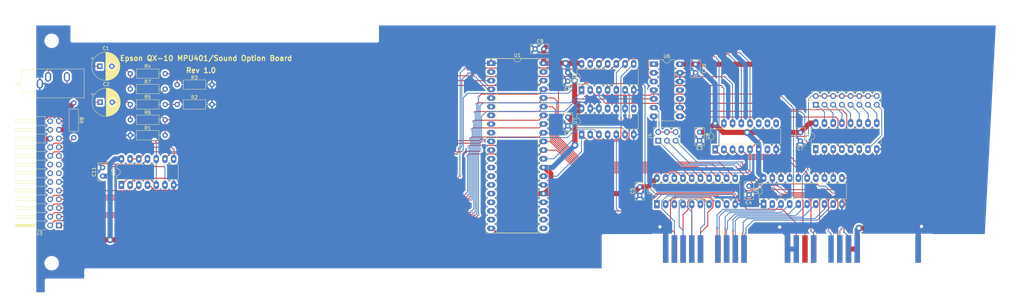
<source format=kicad_pcb>
(kicad_pcb (version 20211014) (generator pcbnew)
  (layers (0 "F.Cu" signal) (31 "B.Cu" signal) (34 "B.Paste" user) (35 "F.Paste" user) (36 "B.SilkS" user "B.Silkscreen") (37 "F.SilkS" user "F.Silkscreen") (38 "B.Mask" user) (39 "F.Mask" user) (44 "Edge.Cuts" user))
  (net 0 "")
  (net 1 "GND")
  (net 2 "/DTB0")
  (net 3 "/DTB1")
  (net 4 "/DTB2")
  (net 5 "/DTB3")
  (net 6 "/DTB4")
  (net 7 "/DTB5")
  (net 8 "/DTB6")
  (net 9 "/DTB7")
  (net 10 "/ADR0")
  (net 11 "/ADR1")
  (net 12 "/ADR2")
  (net 13 "/ADR3")
  (net 14 "/ADR4")
  (net 15 "/ADR5")
  (net 16 "/ADR6")
  (net 17 "/ADR7")
  (net 18 "/CLK")
  (net 19 "/~{BSAK}")
  (net 20 "/~{IRD}")
  (net 21 "/~{IWR}")
  (net 22 "/INTH1")
  (net 23 "/INTH2")
  (net 24 "/INTL")
  (net 25 "+5V")
  (net 26 "Net-(C1-Pad2)")
  (net 27 "Net-(C1-Pad1)")
  (net 28 "Net-(C2-Pad2)")
  (net 29 "Net-(C2-Pad1)")
  (net 30 "/~{RESET}")
  (net 31 "/~{CS}")
  (net 32 "Net-(J2-Pad15)")
  (net 33 "Net-(J2-Pad13)")
  (net 34 "Net-(J2-Pad11)")
  (net 35 "Net-(J2-Pad9)")
  (net 36 "Net-(J2-Pad7)")
  (net 37 "Net-(J2-Pad5)")
  (net 38 "Net-(J2-Pad3)")
  (net 39 "Net-(J2-Pad1)")
  (net 40 "Net-(J3-Pad26)")
  (net 41 "/~{IRQ}")
  (net 42 "/D7")
  (net 43 "/D5")
  (net 44 "/D3")
  (net 45 "/D1")
  (net 46 "/~{MPU401}")
  (net 47 "/A0")
  (net 48 "/D6")
  (net 49 "/D4")
  (net 50 "/D2")
  (net 51 "/D0")
  (net 52 "Net-(J4-Pad2)")
  (net 53 "/CHANC")
  (net 54 "/CHANA")
  (net 55 "/CHANB")
  (net 56 "Net-(U1-Pad20)")
  (net 57 "Net-(U1-Pad39)")
  (net 58 "Net-(U1-Pad19)")
  (net 59 "Net-(U1-Pad18)")
  (net 60 "Net-(U1-Pad17)")
  (net 61 "Net-(U1-Pad16)")
  (net 62 "Net-(U1-Pad15)")
  (net 63 "Net-(U1-Pad14)")
  (net 64 "Net-(U1-Pad13)")
  (net 65 "Net-(U1-Pad12)")
  (net 66 "Net-(U1-Pad11)")
  (net 67 "Net-(U1-Pad10)")
  (net 68 "/BC1")
  (net 69 "Net-(U1-Pad9)")
  (net 70 "Net-(U1-Pad8)")
  (net 71 "/BDIR")
  (net 72 "Net-(U1-Pad7)")
  (net 73 "Net-(U1-Pad6)")
  (net 74 "Net-(U1-Pad5)")
  (net 75 "Net-(U1-Pad2)")
  (net 76 "Net-(U1-Pad21)")
  (net 77 "/A7")
  (net 78 "Net-(U2-Pad5)")
  (net 79 "Net-(U2-Pad4)")
  (net 80 "/A6")
  (net 81 "/A5")
  (net 82 "/A4")
  (net 83 "Net-(U3-Pad13)")
  (net 84 "Net-(U3-Pad12)")
  (net 85 "Net-(U3-Pad5)")
  (net 86 "Net-(U3-Pad8)")
  (net 87 "/A1")
  (net 88 "/A2")
  (net 89 "/A3")
  (net 90 "Net-(U6-Pad11)")
  (net 91 "Net-(U6-Pad2)")
  (net 92 "Net-(U6-Pad1)")
  (net 93 "Net-(U7-Pad11)")
  (net 94 "Net-(U7-Pad8)")
  (net 95 "Net-(U8-Pad7)")
  (net 96 "Net-(U8-Pad11)")
  (net 97 "Net-(U8-Pad10)")
  (net 98 "Net-(U8-Pad9)")
  (net 99 "Net-(J3-Pad16)")
  (net 100 "Net-(J3-Pad15)")
  (net 101 "Net-(J3-Pad14)")
  (net 102 "Net-(J3-Pad13)")
  (net 103 "Net-(J3-Pad12)")
  (net 104 "Net-(J3-Pad19)")
  (net 105 "Net-(J3-Pad17)")
  (net 106 "Net-(J3-Pad9)")
  (net 107 "/~{WR}")
  (net 108 "/~{RSET}")
  (footprint "MountingHole:MountingHole_3.2mm_M3" (layer "F.Cu") (at 30.4 30.4)
    (fp_text reference "REF**")
    (fp_text value "MountingHole_3.2mm_M3")
  )
  (footprint "MountingHole:MountingHole_3.2mm_M3" (layer "F.Cu") (at 30.4 95.4)
    (fp_text reference "REF**")
    (fp_text value "MountingHole_3.2mm_M3")
  )
  (footprint "qx10:BUS_QX10" (layer "F.Cu") (at 283.8958 87.45)
    (fp_text reference "CN1")
    (fp_text value "Edge Connector")
  )
  (footprint "Capacitor_THT:CP_Radial_D8.0mm_P3.50mm" (layer "F.Cu") (at 44.45 37.85)
    (fp_text reference "C1")
    (fp_text value "470uF")
  )
  (footprint "Capacitor_THT:CP_Radial_D8.0mm_P3.50mm" (layer "F.Cu") (at 44.55 48.35)
    (fp_text reference "C2")
    (fp_text value "470uF")
  )
  (footprint "Connector_Audio:Jack_3.5mm_CUI_SJ1-3533NG_Horizontal" (layer "F.Cu") (at 26.95 42.95 90)
    (fp_text reference "J1")
    (fp_text value "Speakers")
  )
  (footprint "Connector_PinHeader_2.54mm:PinHeader_2x08_P2.54mm_Vertical" (layer "F.Cu") (at 253.35 49.075 90)
    (fp_text reference "J2")
    (fp_text value "Base Address")
  )
  (footprint "Connector_PinHeader_2.54mm:PinHeader_2x13_P2.54mm_Horizontal" (layer "F.Cu") (at 32.5 84.35 180)
    (fp_text reference "J3")
    (fp_text value "MPU401")
  )
  (footprint "Resistor_THT:R_Axial_DIN0207_L6.3mm_D2.5mm_P10.16mm_Horizontal" (layer "F.Cu") (at 63.5 58 180)
    (fp_text reference "R1")
    (fp_text value "3K")
  )
  (footprint "Resistor_THT:R_Axial_DIN0207_L6.3mm_D2.5mm_P10.16mm_Horizontal" (layer "F.Cu") (at 67 49)
    (fp_text reference "R2")
    (fp_text value "3K")
  )
  (footprint "Resistor_THT:R_Axial_DIN0207_L6.3mm_D2.5mm_P10.16mm_Horizontal" (layer "F.Cu") (at 67 43.2)
    (fp_text reference "R3")
    (fp_text value "3K")
  )
  (footprint "Resistor_THT:R_Axial_DIN0207_L6.3mm_D2.5mm_P10.16mm_Horizontal" (layer "F.Cu") (at 53.35 40)
    (fp_text reference "R4")
    (fp_text value "1K")
  )
  (footprint "Resistor_THT:R_Axial_DIN0207_L6.3mm_D2.5mm_P10.16mm_Horizontal" (layer "F.Cu") (at 53.35 49)
    (fp_text reference "R5")
    (fp_text value "1K")
  )
  (footprint "Resistor_THT:R_Axial_DIN0207_L6.3mm_D2.5mm_P10.16mm_Horizontal" (layer "F.Cu") (at 53.35 44.5)
    (fp_text reference "R7")
    (fp_text value "1K6")
  )
  (footprint "Package_DIP:DIP-16_W7.62mm_LongPads" (layer "F.Cu") (at 253.35 62.075 90)
    (fp_text reference "U2")
    (fp_text value "74LS138")
  )
  (footprint "Package_DIP:DIP-20_W7.62mm_LongPads" (layer "F.Cu") (at 207 78.15 90)
    (fp_text reference "U4")
    (fp_text value "74LS245")
  )
  (footprint "Resistor_THT:R_Axial_DIN0207_L6.3mm_D2.5mm_P10.16mm_Horizontal" (layer "F.Cu") (at 53.35 53.5)
    (fp_text reference "R6")
    (fp_text value "1K6")
  )
  (footprint "Package_DIP:DIP-14_W7.62mm_LongPads" (layer "F.Cu") (at 185 57.8 90)
    (fp_text reference "U7")
    (fp_text value "74LS86")
  )
  (footprint "Capacitor_THT:C_Disc_D5.0mm_W2.5mm_P2.50mm" (layer "F.Cu") (at 218.275 37.25 -90)
    (fp_text reference "C10")
    (fp_text value ".1uF")
  )
  (footprint "Package_DIP:DIP-14_W7.62mm_LongPads" (layer "F.Cu") (at 206.075 37.225)
    (fp_text reference "U6")
    (fp_text value "74LS00")
  )
  (footprint "Capacitor_THT:C_Disc_D5.0mm_W2.5mm_P2.50mm" (layer "F.Cu") (at 219.45 57.1 -90)
    (fp_text reference "C3")
    (fp_text value ".1uF")
  )
  (footprint "Capacitor_THT:C_Disc_D5.0mm_W2.5mm_P2.50mm" (layer "F.Cu") (at 181 52.75 -90)
    (fp_text reference "C8")
    (fp_text value ".1uF")
  )
  (footprint "Capacitor_THT:C_Disc_D5.0mm_W2.5mm_P2.50mm" (layer "F.Cu") (at 173.975 32.775 180)
    (fp_text reference "C9")
    (fp_text value ".1uF")
  )
  (footprint "Connector_PinHeader_2.54mm:PinHeader_2x03_P2.54mm_Vertical" (layer "F.Cu") (at 207.375 59.6 90)
    (fp_text reference "J4")
    (fp_text value "INT Select")
  )
  (footprint "Package_DIP:DIP-16_W7.62mm_LongPads" (layer "F.Cu") (at 224 62.15 90)
    (fp_text reference "U8")
    (fp_text value "74LS138")
  )
  (footprint "Capacitor_THT:C_Disc_D5.0mm_W2.5mm_P2.50mm" (layer "F.Cu") (at 202 73.1 -90)
    (fp_text reference "C5")
    (fp_text value ".1uF")
  )
  (footprint "Capacitor_THT:C_Disc_D5.0mm_W2.5mm_P2.50mm" (layer "F.Cu") (at 233.875 72.875 -90)
    (fp_text reference "C4")
    (fp_text value ".1uF")
  )
  (footprint "Package_DIP:DIP-20_W7.62mm_LongPads" (layer "F.Cu") (at 238.125 78.125 90)
    (fp_text reference "U5")
    (fp_text value "74LS541")
  )
  (footprint "Capacitor_THT:C_Disc_D5.0mm_W2.5mm_P2.50mm" (layer "F.Cu") (at 248.875 57.175 -90)
    (fp_text reference "C7")
    (fp_text value ".1uF")
  )
  (footprint "Package_DIP:DIP-40_W15.24mm_Socket_LongPads" (layer "F.Cu") (at 158.65 36.95)
    (fp_text reference "U1")
    (fp_text value "YM2149")
  )
  (footprint "Package_DIP:DIP-14_W7.62mm_LongPads" (layer "F.Cu") (at 185 44.775 90)
    (fp_text reference "U3")
    (fp_text value "74LS08")
  )
  (footprint "Capacitor_THT:C_Disc_D5.0mm_W2.5mm_P2.50mm" (layer "F.Cu") (at 181 39.725 -90)
    (fp_text reference "C6")
    (fp_text value ".1uF")
  )
  (footprint "Resistor_THT:R_Axial_DIN0207_L6.3mm_D2.5mm_P10.16mm_Horizontal" (layer "F.Cu") (at 36.85 48.55 -90)
    (fp_text reference "R8")
    (fp_text value "1k")
  )
  (footprint "Package_DIP:DIP-14_W7.62mm_LongPads" (layer "F.Cu") (at 50.75 72.55 90)
    (fp_text reference "U9")
    (fp_text value "74LS08")
  )
  (footprint "Capacitor_THT:C_Disc_D5.0mm_W2.5mm_P2.50mm" (layer "F.Cu") (at 45.25 69.95 90)
    (fp_text reference "C11")
    (fp_text value ".1uF")
  )
  (gr_line (start 303.150718 87.4) (end 286.7 87.4) (layer "Edge.Cuts") (width 0.001))
  (gr_line (start 125.4 25.4) (end 306.4 25.4) (layer "Edge.Cuts") (width 0.001))
  (gr_line (start 28.9 104.4) (end 28.9 100.4) (layer "Edge.Cuts") (width 0.001))
  (gr_line (start 191.4 97.4) (end 191.4 87.4) (layer "Edge.Cuts") (width 0.001))
  (gr_line (start 125.4 25.4) (end 125.4 30.4) (layer "Edge.Cuts") (width 0.001))
  (gr_line (start 191.4 87.4) (end 206.1 87.4) (layer "Edge.Cuts") (width 0.001))
  (gr_line (start 28.9 100.4) (end 40.4 100.4) (layer "Edge.Cuts") (width 0.001))
  (gr_line (start 206.1 95.4) (end 206.1 87.4) (layer "Edge.Cuts") (width 0.001))
  (gr_line (start 286.7 87.4) (end 286.7 95.4) (layer "Edge.Cuts") (width 0.001))
  (gr_line (start 286.7 95.4) (end 206.1 95.4) (layer "Edge.Cuts") (width 0.001))
  (gr_line (start 36.4 30.4) (end 125.4 30.4) (layer "Edge.Cuts") (width 0.001))
  (gr_line (start 40.4 97.4) (end 191.4 97.4) (layer "Edge.Cuts") (width 0.001))
  (gr_line (start 36.4 25.4) (end 36.4 30.4) (layer "Edge.Cuts") (width 0.001))
  (gr_line (start 40.4 100.4) (end 40.4 97.4) (layer "Edge.Cuts") (width 0.001))
  (gr_line (start 25.4 104.4) (end 28.9 104.4) (layer "Edge.Cuts") (width 0.001))
  (gr_line (start 25.4 25.4) (end 36.4 25.4) (layer "Edge.Cuts") (width 0.001))
  (gr_line (start 306.4 25.4) (end 303.150718 87.4) (layer "Edge.Cuts") (width 0.001))
  (gr_line (start 25.4 25.4) (end 25.4 104.4) (layer "Edge.Cuts") (width 0.001))
  (gr_text "Rev 1.0" (at 73.9655 39.0525) (layer "F.SilkS") (effects (font (size 1.5 1.5) (thickness 0.3))))
  (gr_text "Epson QX-10 MPU401/Sound Option Board" (at 75.45 35.5) (layer "F.SilkS") (effects (font (size 1.5 1.5) (thickness 0.3))))
  (segment (start 245.1158 91.26) (end 245.1158 87.1408) (width 1.5) (layer "F.Cu") (net 1))
  (segment (start 245.1158 87.1408) (end 242.825 84.85) (width 1.5) (layer "F.Cu") (net 1))
  (segment (start 209.5558 86.4558) (end 207.875 84.775) (width 1.5) (layer "F.Cu") (net 1))
  (segment (start 209.5558 91.26) (end 209.5558 86.4558) (width 1.5) (layer "F.Cu") (net 1))
  (segment (start 283.2158 85.6342) (end 284.2 84.65) (width 1.5) (layer "F.Cu") (net 1))
  (segment (start 283.2158 91.26) (end 283.2158 85.6342) (width 1.5) (layer "F.Cu") (net 1))
  (via (at 284.2 84.65) (size 2) (drill 1) (layers "F.Cu" "B.Cu") (net 1))
  (via (at 242.825 84.85) (size 2) (drill 1) (layers "F.Cu" "B.Cu") (net 1))
  (via (at 207.875 84.775) (size 2) (drill 1) (layers "F.Cu" "B.Cu") (net 1))
  (segment (start 245.1158 91.26) (end 245.1158 87.1408) (width 1.5) (layer "B.Cu") (net 1))
  (segment (start 245.1158 87.1408) (end 242.825 84.85) (width 1.5) (layer "B.Cu") (net 1))
  (segment (start 245.1158 91.26) (end 247.6558 91.26) (width 1.5) (layer "B.Cu") (net 1))
  (segment (start 283.2158 91.26) (end 283.2158 85.6342) (width 1.5) (layer "B.Cu") (net 1))
  (segment (start 209.5558 91.26) (end 209.5558 86.4558) (width 1.5) (layer "B.Cu") (net 1))
  (segment (start 283.2158 85.6342) (end 284.2 84.65) (width 1.5) (layer "B.Cu") (net 1))
  (segment (start 209.5558 86.4558) (end 207.875 84.775) (width 1.5) (layer "B.Cu") (net 1))
  (segment (start 210.95499 85.27999) (end 210.95499 80.75499) (width 0.25) (layer "F.Cu") (net 2))
  (segment (start 212.0958 86.4208) (end 212.0958 91.26) (width 0.25) (layer "F.Cu") (net 2))
  (segment (start 212.418618 75.724972) (end 210.95499 77.1886) (width 0.25) (layer "F.Cu") (net 2))
  (segment (start 210.95499 85.27999) (end 212.0958 86.4208) (width 0.25) (layer "F.Cu") (net 2))
  (segment (start 210.95499 77.1886) (end 210.95499 80.75499) (width 0.25) (layer "F.Cu") (net 2))
  (segment (start 227.32 78.15) (end 224.894972 75.724972) (width 0.25) (layer "F.Cu") (net 2))
  (segment (start 224.894972 75.724972) (end 212.418618 75.724972) (width 0.25) (layer "F.Cu") (net 2))
  (segment (start 208.41499 77.284006) (end 209.974025 75.724971) (width 0.25) (layer "B.Cu") (net 3))
  (segment (start 209.974025 75.724971) (end 222.354971 75.724971) (width 0.25) (layer "B.Cu") (net 3))
  (segment (start 212.0958 87.1292) (end 212.0958 91.26) (width 0.25) (layer "B.Cu") (net 3))
  (segment (start 208.41499 79.41499) (end 208.41499 77.284006) (width 0.25) (layer "B.Cu") (net 3))
  (segment (start 222.354971 75.724971) (end 224.78 78.15) (width 0.25) (layer "B.Cu") (net 3))
  (segment (start 212.0958 87.1292) (end 212.0958 83.0958) (width 0.25) (layer "B.Cu") (net 3))
  (segment (start 212.0958 83.0958) (end 208.41499 79.41499) (width 0.25) (layer "B.Cu") (net 3))
  (segment (start 216.025 79.85) (end 216.025 77.293996) (width 0.25) (layer "F.Cu") (net 4))
  (segment (start 216.025 77.293996) (end 216.694006 76.62499) (width 0.25) (layer "F.Cu") (net 4))
  (segment (start 214.6358 81.2392) (end 216.025 79.85) (width 0.25) (layer "F.Cu") (net 4))
  (segment (start 216.694006 76.62499) (end 220.71499 76.62499) (width 0.25) (layer "F.Cu") (net 4))
  (segment (start 220.71499 76.62499) (end 222.24 78.15) (width 0.25) (layer "F.Cu") (net 4))
  (segment (start 214.6358 91.26) (end 214.6358 81.2392) (width 0.25) (layer "F.Cu") (net 4))
  (segment (start 213.49499 77.284006) (end 213.49499 80.58001) (width 0.25) (layer "B.Cu") (net 5))
  (segment (start 214.6358 85.8108) (end 214.6358 91.26) (width 0.25) (layer "B.Cu") (net 5))
  (segment (start 213.49499 80.58001) (end 213.49499 84.66999) (width 0.25) (layer "B.Cu") (net 5))
  (segment (start 218.17499 76.62499) (end 214.154006 76.62499) (width 0.25) (layer "B.Cu") (net 5))
  (segment (start 213.49499 84.66999) (end 214.6358 85.8108) (width 0.25) (layer "B.Cu") (net 5))
  (segment (start 219.7 78.15) (end 218.17499 76.62499) (width 0.25) (layer "B.Cu") (net 5))
  (segment (start 214.154006 76.62499) (end 213.49499 77.284006) (width 0.25) (layer "B.Cu") (net 5))
  (segment (start 217.16 78.15) (end 217.16 87.3942) (width 0.25) (layer "F.Cu") (net 6))
  (segment (start 214.62 78.15) (end 214.975 78.15) (width 0.25) (layer "B.Cu") (net 7))
  (segment (start 217.1758 84.2008) (end 217.1758 91.26) (width 0.25) (layer "B.Cu") (net 7))
  (segment (start 214.975 78.15) (end 217.1758 80.3508) (width 0.25) (layer "B.Cu") (net 7))
  (segment (start 217.1758 80.3508) (end 217.1758 84.2008) (width 0.25) (layer "B.Cu") (net 7))
  (segment (start 212.08 78.15) (end 212.08 76.7) (width 0.25) (layer "F.Cu") (net 8))
  (segment (start 212.08 76.7) (end 212.605019 76.174981) (width 0.25) (layer "F.Cu") (net 8))
  (segment (start 223.36501 79.015994) (end 221.831004 80.55) (width 0.25) (layer "F.Cu") (net 8))
  (segment (start 221.831004 80.55) (end 221.831004 84.418996) (width 0.25) (layer "F.Cu") (net 8))
  (segment (start 219.7158 86.5342) (end 219.7158 91.26) (width 0.25) (layer "F.Cu") (net 8))
  (segment (start 221.831004 84.418996) (end 219.7158 86.5342) (width 0.25) (layer "F.Cu") (net 8))
  (segment (start 222.255985 76.174981) (end 223.36501 77.284006) (width 0.25) (layer "F.Cu") (net 8))
  (segment (start 212.605019 76.174981) (end 222.255985 76.174981) (width 0.25) (layer "F.Cu") (net 8))
  (segment (start 223.36501 77.284006) (end 223.36501 79.015994) (width 0.25) (layer "F.Cu") (net 8))
  (segment (start 220.925 77.383996) (end 219.715985 76.174981) (width 0.25) (layer "B.Cu") (net 9))
  (segment (start 219.715985 76.174981) (end 211.515019 76.174981) (width 0.25) (layer "B.Cu") (net 9))
  (segment (start 220.925 83.95) (end 220.925 77.383996) (width 0.25) (layer "B.Cu") (net 9))
  (segment (start 219.7158 91.26) (end 219.7158 85.1592) (width 0.25) (layer "B.Cu") (net 9))
  (segment (start 211.515019 76.174981) (end 209.54 78.15) (width 0.25) (layer "B.Cu") (net 9))
  (segment (start 219.7158 85.1592) (end 220.925 83.95) (width 0.25) (layer "B.Cu") (net 9))
  (segment (start 224.55 91.0142) (end 224.7958 91.26) (width 0.25) (layer "F.Cu") (net 10))
  (segment (start 224.55 85.15) (end 224.55 91.0142) (width 0.25) (layer "F.Cu") (net 10))
  (via (at 224.55 85.15) (size 0.6) (drill 0.3) (layers "F.Cu" "B.Cu") (net 10))
  (segment (start 239.39999 79.67501) (end 240.665 78.41) (width 0.25) (layer "B.Cu") (net 10))
  (segment (start 226.17499 79.67501) (end 239.39999 79.67501) (width 0.25) (layer "B.Cu") (net 10))
  (segment (start 224.55 85.15) (end 224.55 81.3) (width 0.25) (layer "B.Cu") (net 10))
  (segment (start 224.55 81.3) (end 226.17499 79.67501) (width 0.25) (layer "B.Cu") (net 10))
  (segment (start 240.665 78.41) (end 240.665 78.125) (width 0.25) (layer "B.Cu") (net 10))
  (segment (start 225.175 90.8808) (end 224.7958 91.26) (width 0.25) (layer "B.Cu") (net 11))
  (segment (start 226.79998 80.12502) (end 225.175001 81.749999) (width 0.25) (layer "B.Cu") (net 11))
  (segment (start 225.175001 85.161409) (end 225.175 90.8808) (width 0.25) (layer "B.Cu") (net 11))
  (segment (start 243.205 78.125) (end 241.20498 80.12502) (width 0.25) (layer "B.Cu") (net 11))
  (segment (start 225.175001 81.749999) (end 225.175001 85.161409) (width 0.25) (layer "B.Cu") (net 11))
  (segment (start 241.20498 80.12502) (end 226.79998 80.12502) (width 0.25) (layer "B.Cu") (net 11))
  (segment (start 226.925 85.15) (end 226.925 90.8492) (width 0.25) (layer "F.Cu") (net 12))
  (segment (start 226.925 90.8492) (end 227.3358 91.26) (width 0.25) (layer "F.Cu") (net 12))
  (via (at 226.925 85.15) (size 0.6) (drill 0.3) (layers "F.Cu" "B.Cu") (net 12))
  (segment (start 226.925 81.85) (end 226.925 85.15) (width 0.25) (layer "B.Cu") (net 12))
  (segment (start 243.29497 80.57503) (end 228.19997 80.57503) (width 0.25) (layer "B.Cu") (net 12))
  (segment (start 228.19997 80.57503) (end 226.925 81.85) (width 0.25) (layer "B.Cu") (net 12))
  (segment (start 245.745 78.125) (end 243.29497 80.57503) (width 0.25) (layer "B.Cu") (net 12))
  (segment (start 227.3358 85.664202) (end 227.6 85.400002) (width 0.25) (layer "B.Cu") (net 13))
  (segment (start 227.6 85.400002) (end 227.6 83.175) (width 0.25) (layer "B.Cu") (net 13))
  (segment (start 227.3358 91.26) (end 227.3358 85.664202) (width 0.25) (layer "B.Cu") (net 13))
  (segment (start 245.38496 81.02504) (end 248.285 78.125) (width 0.25) (layer "B.Cu") (net 13))
  (segment (start 229.74996 81.02504) (end 245.38496 81.02504) (width 0.25) (layer "B.Cu") (net 13))
  (segment (start 227.6 83.175) (end 229.74996 81.02504) (width 0.25) (layer "B.Cu") (net 13))
  (segment (start 229.225 85.825) (end 229.225 90.6092) (width 0.25) (layer "F.Cu") (net 14))
  (segment (start 229.225 90.6092) (end 229.8758 91.26) (width 0.25) (layer "F.Cu") (net 14))
  (via (at 229.225 85.825) (size 0.6) (drill 0.3) (layers "F.Cu" "B.Cu") (net 14))
  (segment (start 230.39995 81.47505) (end 229.225 82.65) (width 0.25) (layer "B.Cu") (net 14))
  (segment (start 250.825 78.125) (end 247.47495 81.47505) (width 0.25) (layer "B.Cu") (net 14))
  (segment (start 229.225 82.65) (end 229.225 85.825) (width 0.25) (layer "B.Cu") (net 14))
  (segment (start 247.47495 81.47505) (end 230.39995 81.47505) (width 0.25) (layer "B.Cu") (net 14))
  (segment (start 253.365 78.125) (end 249.56494 81.92506) (width 0.25) (layer "B.Cu") (net 15))
  (segment (start 229.850001 83.024999) (end 229.850001 91.234201) (width 0.25) (layer "B.Cu") (net 15))
  (segment (start 249.56494 81.92506) (end 230.94994 81.92506) (width 0.25) (layer "B.Cu") (net 15))
  (segment (start 230.94994 81.92506) (end 229.850001 83.024999) (width 0.25) (layer "B.Cu") (net 15))
  (segment (start 229.850001 91.234201) (end 229.8758 91.26) (width 0.25) (layer "B.Cu") (net 15))
  (segment (start 232.4158 91.26) (end 232.4158 91.1908) (width 0.25) (layer "F.Cu") (net 16))
  (segment (start 232.4158 91.1908) (end 231.975 90.75) (width 0.25) (layer "F.Cu") (net 16))
  (segment (start 231.975 90.75) (end 231.975 86.60006) (width 0.25) (layer "F.Cu") (net 16))
  (segment (start 231.975 86.60006) (end 232.175 86.40006) (width 0.25) (layer "F.Cu") (net 16))
  (via (at 232.175 86.40006) (size 0.6) (drill 0.3) (layers "F.Cu" "B.Cu") (net 16))
  (segment (start 255.905 79.575) (end 253.10493 82.37507) (width 0.25) (layer "B.Cu") (net 16))
  (segment (start 233.22493 82.37507) (end 232.175 83.425) (width 0.25) (layer "B.Cu") (net 16))
  (segment (start 255.905 78.125) (end 255.905 79.575) (width 0.25) (layer "B.Cu") (net 16))
  (segment (start 232.175 83.425) (end 232.175 86.40006) (width 0.25) (layer "B.Cu") (net 16))
  (segment (start 253.10493 82.37507) (end 233.22493 82.37507) (width 0.25) (layer "B.Cu") (net 16))
  (segment (start 258.445 78.125) (end 253.74492 82.82508) (width 0.25) (layer "B.Cu") (net 17))
  (segment (start 232.4158 87.2342) (end 232.4158 91.26) (width 0.25) (layer "B.Cu") (net 17))
  (segment (start 232.97492 86.67508) (end 232.4158 87.2342) (width 0.25) (layer "B.Cu") (net 17))
  (segment (start 232.97492 85.05008) (end 232.97492 86.67508) (width 0.25) (layer "B.Cu") (net 17))
  (segment (start 253.74492 82.82508) (end 235.19992 82.82508) (width 0.25) (layer "B.Cu") (net 17))
  (segment (start 235.19992 82.82508) (end 232.97492 85.05008) (width 0.25) (layer "B.Cu") (net 17))
  (segment (start 173.89 82.67) (end 199.894998 82.67) (width 0.25) (layer "F.Cu") (net 18))
  (segment (start 233.351014 79.65001) (end 243.613618 79.65001) (width 0.25) (layer "F.Cu") (net 18))
  (segment (start 223.725 75.274962) (end 207.290036 75.274962) (width 0.25) (layer "F.Cu") (net 18))
  (segment (start 207.290036 75.274962) (end 205.294999 77.269999) (width 0.25) (layer "F.Cu") (net 18))
  (segment (start 243.613618 79.65001) (end 247.6558 83.692192) (width 0.25) (layer "F.Cu") (net 18))
  (segment (start 247.6558 83.692192) (end 247.6558 91.26) (width 0.25) (layer "F.Cu") (net 18))
  (segment (start 199.894998 82.67) (end 205.294999 77.269999) (width 0.25) (layer "F.Cu") (net 18))
  (segment (start 223.725 75.274962) (end 228.975966 75.274962) (width 0.25) (layer "F.Cu") (net 18))
  (segment (start 228.975966 75.274962) (end 233.351014 79.65001) (width 0.25) (layer "F.Cu") (net 18))
  (segment (start 249.625 76.97499) (end 249.425 76.77499) (width 0.25) (layer "F.Cu") (net 19))
  (segment (start 248.90002 50.97501) (end 249.05001 51.125) (width 0.25) (layer "F.Cu") (net 19))
  (segment (start 251 60.125) (end 250.45 59.575) (width 0.25) (layer "F.Cu") (net 19))
  (segment (start 214.74501 50.97501) (end 248.20001 50.97501) (width 0.25) (layer "F.Cu") (net 19))
  (segment (start 249.625 77.473996) (end 249.625 77.07499) (width 0.25) (layer "F.Cu") (net 19))
  (segment (start 251 68.25) (end 251 60.125) (width 0.25) (layer "F.Cu") (net 19))
  (segment (start 250.1958 86.4958) (end 249.625 85.925) (width 0.25) (layer "F.Cu") (net 19))
  (segment (start 249.625 77.07499) (end 249.625 76.97499) (width 0.25) (layer "F.Cu") (net 19))
  (segment (start 213.695 49.925) (end 214.74501 50.97501) (width 0.25) (layer "F.Cu") (net 19))
  (segment (start 248.20001 50.97501) (end 248.90002 50.97501) (width 0.25) (layer "F.Cu") (net 19))
  (segment (start 249.625 85.925) (end 249.625 77.473996) (width 0.25) (layer "F.Cu") (net 19))
  (segment (start 250.1958 91.26) (end 250.1958 86.4958) (width 0.25) (layer "F.Cu") (net 19))
  (via (at 249.05001 51.125) (size 0.6) (drill 0.3) (layers "F.Cu" "B.Cu") (net 19))
  (via (at 251 68.25) (size 0.6) (drill 0.3) (layers "F.Cu" "B.Cu") (net 19))
  (via (at 250.45 59.575) (size 0.6) (drill 0.3) (layers "F.Cu" "B.Cu") (net 19))
  (via (at 249.425 76.77499) (size 0.6) (drill 0.3) (layers "F.Cu" "B.Cu") (net 19))
  (segment (start 250.150001 52.224991) (end 249.687505 51.762495) (width 0.25) (layer "B.Cu") (net 19))
  (segment (start 249.05001 51.125) (end 249.687505 51.762495) (width 0.25) (layer "B.Cu") (net 19))
  (segment (start 250.25 69) (end 249.425 69.825) (width 0.25) (layer "B.Cu") (net 19))
  (segment (start 249.425 69.825) (end 249.425 69.975) (width 0.25) (layer "B.Cu") (net 19))
  (segment (start 249.425 76.77499) (end 249.425 69.975) (width 0.25) (layer "B.Cu") (net 19))
  (segment (start 213.695 49.925) (end 213.695 47.385) (width 0.25) (layer "B.Cu") (net 19))
  (segment (start 250.150001 59.275001) (end 250.150001 52.224991) (width 0.25) (layer "B.Cu") (net 19))
  (segment (start 250.45 59.575) (end 250.150001 59.275001) (width 0.25) (layer "B.Cu") (net 19))
  (segment (start 250.25 69) (end 251 68.25) (width 0.25) (layer "B.Cu") (net 19))
  (segment (start 186.05 42.65) (end 185 43.7) (width 0.25) (layer "F.Cu") (net 20))
  (segment (start 249.775 75.69998) (end 235.215022 75.69998) (width 0.25) (layer "F.Cu") (net 20))
  (segment (start 155.55 62.4) (end 155.25 62.7) (width 0.25) (layer "F.Cu") (net 20))
  (segment (start 151.05 62.7) (end 150.444991 63.305009) (width 0.25) (layer "F.Cu") (net 20))
  (segment (start 185 43.7) (end 185 44.775) (width 0.25) (layer "F.Cu") (net 20))
  (segment (start 192.62 44.775) (end 192.62 43.32) (width 0.25) (layer "F.Cu") (net 20))
  (segment (start 231.084889 76.500001) (end 229.767444 75.182556) (width 0.25) (layer "F.Cu") (net 20))
  (segment (start 254.49001 76.91501) (end 253.27498 75.69998) (width 0.25) (layer "F.Cu") (net 20))
  (segment (start 252.7358 86.2358) (end 254.49001 84.48159) (width 0.25) (layer "F.Cu") (net 20))
  (segment (start 253.27498 75.69998) (end 251.027394 75.69998) (width 0.25) (layer "F.Cu") (net 20))
  (segment (start 202.725 42.9) (end 203.4625 43.6375) (width 0.25) (layer "F.Cu") (net 20))
  (segment (start 83.79501 74.07501) (end 60.444006 74.07501) (width 0.25) (layer "F.Cu") (net 20))
  (segment (start 191.95 42.65) (end 186.05 42.65) (width 0.25) (layer "F.Cu") (net 20))
  (segment (start 252.7358 91.26) (end 252.7358 86.2358) (width 0.25) (layer "F.Cu") (net 20))
  (segment (start 235.215022 75.69998) (end 234.415001 76.500001) (width 0.25) (layer "F.Cu") (net 20))
  (segment (start 194.095 42.9) (end 202.725 42.9) (width 0.25) (layer "F.Cu") (net 20))
  (segment (start 192.62 44.775) (end 192.62 44.375) (width 0.25) (layer "F.Cu") (net 20))
  (segment (start 150.444991 73.680019) (end 150.444991 63.305009) (width 0.25) (layer "F.Cu") (net 20))
  (segment (start 192.62 43.32) (end 191.95 42.65) (width 0.25) (layer "F.Cu") (net 20))
  (segment (start 58.918996 72.55) (end 58.37 72.55) (width 0.25) (layer "F.Cu") (net 20))
  (segment (start 150.05 74.07501) (end 150.444991 73.680019) (width 0.25) (layer "F.Cu") (net 20))
  (segment (start 60.444006 74.07501) (end 58.918996 72.55) (width 0.25) (layer "F.Cu") (net 20))
  (segment (start 234.415001 76.500001) (end 231.084889 76.500001) (width 0.25) (layer "F.Cu") (net 20))
  (segment (start 251.027394 75.69998) (end 249.775 75.69998) (width 0.25) (layer "F.Cu") (net 20))
  (segment (start 254.49001 84.48159) (end 254.49001 76.91501) (width 0.25) (layer "F.Cu") (net 20))
  (segment (start 192.62 44.375) (end 194.095 42.9) (width 0.25) (layer "F.Cu") (net 20))
  (segment (start 83.79501 74.07501) (end 150.05 74.07501) (width 0.25) (layer "F.Cu") (net 20))
  (segment (start 155.25 62.7) (end 151.05 62.7) (width 0.25) (layer "F.Cu") (net 20))
  (via (at 155.55 62.4) (size 0.6) (drill 0.3) (layers "F.Cu" "B.Cu") (net 20))
  (via (at 229.767444 75.182556) (size 0.6) (drill 0.3) (layers "F.Cu" "B.Cu") (net 20))
  (via (at 203.525 43.7) (size 0.6) (drill 0.3) (layers "F.Cu" "B.Cu") (net 20))
  (segment (start 155.37501 60.15) (end 155.37501 62.22501) (width 0.25) (layer "B.Cu") (net 20))
  (segment (start 155.37501 49.39999) (end 156.25 48.525) (width 0.25) (layer "B.Cu") (net 20))
  (segment (start 207 76.7) (end 207 78.15) (width 0.25) (layer "B.Cu") (net 20))
  (segment (start 172.67501 48.52499) (end 181.77499 48.52499) (width 0.25) (layer "B.Cu") (net 20))
  (segment (start 203.525 72.125) (end 203.525 43.7) (width 0.25) (layer "B.Cu") (net 20))
  (segment (start 208.517444 75.182556) (end 206.582556 75.182556) (width 0.25) (layer "B.Cu") (net 20))
  (segment (start 208.517444 75.182556) (end 207 76.7) (width 0.25) (layer "B.Cu") (net 20))
  (segment (start 172.675 48.525) (end 172.67501 48.52499) (width 0.25) (layer "B.Cu") (net 20))
  (segment (start 229.767444 75.182556) (end 208.517444 75.182556) (width 0.25) (layer "B.Cu") (net 20))
  (segment (start 185 45.275) (end 185 44.775) (width 0.25) (layer "B.Cu") (net 20))
  (segment (start 206.582556 75.182556) (end 203.525 72.125) (width 0.25) (layer "B.Cu") (net 20))
  (segment (start 181.77499 48.52499) (end 181.77499 48.50001) (width 0.25) (layer "B.Cu") (net 20))
  (segment (start 156.25 48.525) (end 172.675 48.525) (width 0.25) (layer "B.Cu") (net 20))
  (segment (start 155.37501 49.39999) (end 155.37501 60.15) (width 0.25) (layer "B.Cu") (net 20))
  (segment (start 181.77499 48.50001) (end 185 45.275) (width 0.25) (layer "B.Cu") (net 20))
  (segment (start 155.37501 62.22501) (end 155.55 62.4) (width 0.25) (layer "B.Cu") (net 20))
  (segment (start 251.95001 85.34999) (end 251.95001 85.95001) (width 0.25) (layer "F.Cu") (net 21))
  (segment (start 149.95 62.85) (end 150.25 62.55) (width 0.25) (layer "F.Cu") (net 21))
  (segment (start 149.404999 62.85) (end 149.4 62.854999) (width 0.25) (layer "F.Cu") (net 21))
  (segment (start 248.937404 76.14999) (end 247.27499 76.14999) (width 0.25) (layer "F.Cu") (net 21))
  (segment (start 149.404999 62.85) (end 149.95 62.85) (width 0.25) (layer "F.Cu") (net 21))
  (segment (start 56.795001 63.964999) (end 56.795001 63.954999) (width 0.25) (layer "F.Cu") (net 21))
  (segment (start 187.54 44.775) (end 189.06501 46.30001) (width 0.25) (layer "F.Cu") (net 21))
  (segment (start 149.4 62.854999) (end 57.895001 62.854999) (width 0.25) (layer "F.Cu") (net 21))
  (segment (start 242.72001 45.97001) (end 243.825 47.075) (width 0.25) (layer "F.Cu") (net 21))
  (segment (start 189.06501 46.30001) (end 205.168986 46.30001) (width 0.25) (layer "F.Cu") (net 21))
  (segment (start 205.168986 46.30001) (end 205.498986 45.97001) (width 0.25) (layer "F.Cu") (net 21))
  (segment (start 53.29 64.93) (end 55.83 64.93) (width 0.25) (layer "F.Cu") (net 21))
  (segment (start 251.95001 77.259006) (end 250.840994 76.14999) (width 0.25) (layer "F.Cu") (net 21))
  (segment (start 251.95001 85.34999) (end 251.95001 77.259006) (width 0.25) (layer "F.Cu") (net 21))
  (segment (start 205.498986 45.97001) (end 242.72001 45.97001) (width 0.25) (layer "F.Cu") (net 21))
  (segment (start 247.27499 76.14999) (end 247.1 76.32498) (width 0.25) (layer "F.Cu") (net 21))
  (segment (start 250.840994 76.14999) (end 248.937404 76.14999) (width 0.25) (layer "F.Cu") (net 21))
  (segment (start 56.795001 63.954999) (end 57.895001 62.854999) (width 0.25) (layer "F.Cu") (net 21))
  (segment (start 56.795001 63.964999) (end 55.83 64.93) (width 0.25) (layer "F.Cu") (net 21))
  (via (at 150.25 62.55) (size 0.6) (drill 0.3) (layers "F.Cu" "B.Cu") (net 21))
  (via (at 243.825 47.075) (size 0.6) (drill 0.3) (layers "F.Cu" "B.Cu") (net 21))
  (via (at 251.95001 85.95001) (size 0.6) (drill 0.3) (layers "F.Cu" "B.Cu") (net 21))
  (via (at 247.1 76.32498) (size 0.6) (drill 0.3) (layers "F.Cu" "B.Cu") (net 21))
  (segment (start 246.87001 50.12001) (end 246.675 49.925) (width 0.25) (layer "B.Cu") (net 21))
  (segment (start 174.1 45.725) (end 173.9 45.725) (width 0.25) (layer "B.Cu") (net 21))
  (segment (start 150.5 62.3) (end 150.5 47.05) (width 0.25) (layer "B.Cu") (net 21))
  (segment (start 174.1 45.725) (end 181.175 45.725) (width 0.25) (layer "B.Cu") (net 21))
  (segment (start 150.25 62.55) (end 150.5 62.3) (width 0.25) (layer "B.Cu") (net 21))
  (segment (start 246.675 49.925) (end 243.825 47.075) (width 0.25) (layer "B.Cu") (net 21))
  (segment (start 246.87001 76.09499) (end 246.87001 50.12001) (width 0.25) (layer "B.Cu") (net 21))
  (segment (start 151.575 45.975) (end 151.189934 46.360066) (width 0.25) (layer "B.Cu") (net 21))
  (segment (start 151.825 45.725) (end 151.575 45.975) (width 0.25) (layer "B.Cu") (net 21))
  (segment (start 181.175 45.725) (end 183.8 43.1) (width 0.25) (layer "B.Cu") (net 21))
  (segment (start 151.074968 46.475032) (end 151.575 45.975) (width 0.25) (layer "B.Cu") (net 21))
  (segment (start 152.025 45.725) (end 151.825 45.725) (width 0.25) (layer "B.Cu") (net 21))
  (segment (start 247.1 76.32498) (end 246.87001 76.09499) (width 0.25) (layer "B.Cu") (net 21))
  (segment (start 150.5 47.05) (end 151.074968 46.475032) (width 0.25) (layer "B.Cu") (net 21))
  (segment (start 183.8 43.1) (end 186.8 43.1) (width 0.25) (layer "B.Cu") (net 21))
  (segment (start 187.54 43.84) (end 187.54 44.775) (width 0.25) (layer "B.Cu") (net 21))
  (segment (start 186.8 43.1) (end 187.54 43.84) (width 0.25) (layer "B.Cu") (net 21))
  (segment (start 173.9 45.725) (end 152.025 45.725) (width 0.25) (layer "B.Cu") (net 21))
  (segment (start 252.7358 86.7358) (end 251.95001 85.95001) (width 0.25) (layer "B.Cu") (net 21))
  (segment (start 252.7358 91.26) (end 252.7358 86.7358) (width 0.25) (layer "B.Cu") (net 21))
  (segment (start 257.025 86.025) (end 257.025 78.996004) (width 0.25) (layer "F.Cu") (net 22))
  (segment (start 240.92501 73.44993) (end 241.1 73.27494) (width 0.25) (layer "F.Cu") (net 22))
  (segment (start 257.03001 77.259006) (end 255.020974 75.24997) (width 0.25) (layer "F.Cu") (net 22))
  (segment (start 236.22493 73.44993) (end 240.92501 73.44993) (width 0.25) (layer "F.Cu") (net 22))
  (segment (start 255.020974 75.24997) (end 252.40003 75.24997) (width 0.25) (layer "F.Cu") (net 22))
  (segment (start 243.499294 75.24997) (end 252.40003 75.24997) (width 0.25) (layer "F.Cu") (net 22))
  (segment (start 257.025 78.996004) (end 257.03001 78.990994) (width 0.25) (layer "F.Cu") (net 22))
  (segment (start 230 67.225) (end 236.22493 73.44993) (width 0.25) (layer "F.Cu") (net 22))
  (segment (start 243.324304 75.07498) (end 243.499294 75.24997) (width 0.25) (layer "F.Cu") (net 22))
  (segment (start 257.03001 78.990994) (end 257.03001 77.259006) (width 0.25) (layer "F.Cu") (net 22))
  (segment (start 242.90004 75.07498) (end 243.324304 75.07498) (width 0.25) (layer "F.Cu") (net 22))
  (via (at 241.1 73.27494) (size 0.6) (drill 0.3) (layers "F.Cu" "B.Cu") (net 22))
  (via (at 242.90004 75.07498) (size 0.6) (drill 0.3) (layers "F.Cu" "B.Cu") (net 22))
  (via (at 257.025 86.025) (size 0.6) (drill 0.3) (layers "F.Cu" "B.Cu") (net 22))
  (via (at 230 67.225) (size 0.6) (drill 0.3) (layers "F.Cu" "B.Cu") (net 22))
  (segment (start 241.1 73.27494) (end 242.33753 74.51247) (width 0.25) (layer "B.Cu") (net 22))
  (segment (start 214.50002 66.72502) (end 229.50002 66.72502) (width 0.25) (layer "B.Cu") (net 22))
  (segment (start 257.8158 86.8158) (end 257.025 86.025) (width 0.25) (layer "B.Cu") (net 22))
  (segment (start 207.375 59.6) (end 214.50002 66.72502) (width 0.25) (layer "B.Cu") (net 22))
  (segment (start 229.50002 66.72502) (end 230 67.225) (width 0.25) (layer "B.Cu") (net 22))
  (segment (start 242.90004 75.07498) (end 242.33753 74.51247) (width 0.25) (layer "B.Cu") (net 22))
  (segment (start 257.8158 91.26) (end 257.8158 86.8158) (width 0.25) (layer "B.Cu") (net 22))
  (segment (start 231.1 66.7) (end 236.05 71.65) (width 0.25) (layer "F.Cu") (net 23))
  (segment (start 260.3558 87.7558) (end 259.8 87.2) (width 0.25) (layer "F.Cu") (net 23))
  (segment (start 260.3558 91.26) (end 260.3558 87.7558) (width 0.25) (layer "F.Cu") (net 23))
  (segment (start 244.65002 74.79996) (end 244.375 74.52494) (width 0.25) (layer "F.Cu") (net 23))
  (segment (start 242.124999 72.649939) (end 237.049939 72.649939) (width 0.25) (layer "F.Cu") (net 23))
  (segment (start 242.75 73.27494) (end 242.124999 72.649939) (width 0.25) (layer "F.Cu") (net 23))
  (segment (start 259.57001 77.29501) (end 259.57001 77.259006) (width 0.25) (layer "F.Cu") (net 23))
  (segment (start 259.8 77.525) (end 259.57001 77.29501) (width 0.25) (layer "F.Cu") (net 23))
  (segment (start 237.049939 72.649939) (end 236.05 71.65) (width 0.25) (layer "F.Cu") (net 23))
  (segment (start 259.57001 77.259006) (end 257.110964 74.79996) (width 0.25) (layer "F.Cu") (net 23))
  (segment (start 259.8 87.2) (end 259.8 77.525) (width 0.25) (layer "F.Cu") (net 23))
  (segment (start 257.110964 74.79996) (end 244.65002 74.79996) (width 0.25) (layer "F.Cu") (net 23))
  (via (at 244.375 74.52494) (size 0.6) (drill 0.3) (layers "F.Cu" "B.Cu") (net 23))
  (via (at 231.1 66.7) (size 0.6) (drill 0.3) (layers "F.Cu" "B.Cu") (net 23))
  (via (at 242.75 73.27494) (size 0.6) (drill 0.3) (layers "F.Cu" "B.Cu") (net 23))
  (segment (start 243.125 73.27494) (end 244.375 74.52494) (width 0.25) (layer "B.Cu") (net 23))
  (segment (start 209.915 59.6) (end 216.59001 66.27501) (width 0.25) (layer "B.Cu") (net 23))
  (segment (start 230.67501 66.27501) (end 231.1 66.7) (width 0.25) (layer "B.Cu") (net 23))
  (segment (start 242.75 73.27494) (end 243.125 73.27494) (width 0.25) (layer "B.Cu") (net 23))
  (segment (start 216.59001 66.27501) (end 230.67501 66.27501) (width 0.25) (layer "B.Cu") (net 23))
  (segment (start 260.7 85.5) (end 262.11001 84.08999) (width 0.25) (layer "F.Cu") (net 24))
  (segment (start 231.875 65.825) (end 231.875 66.249264) (width 0.25) (layer "F.Cu") (net 24))
  (segment (start 262.11001 84.08999) (end 262.11001 77.259006) (width 0.25) (layer "F.Cu") (net 24))
  (segment (start 258.225 74.925) (end 259.776004 74.925) (width 0.25) (layer "F.Cu") (net 24))
  (segment (start 243.349929 72.199929) (end 253.699929 72.199929) (width 0.25) (layer "F.Cu") (net 24))
  (segment (start 237.825665 72.199929) (end 243.349929 72.199929) (width 0.25) (layer "F.Cu") (net 24))
  (segment (start 259.776004 74.925) (end 259.875502 75.024498) (width 0.25) (layer "F.Cu") (net 24))
  (segment (start 262.11001 77.259006) (end 259.875502 75.024498) (width 0.25) (layer "F.Cu") (net 24))
  (segment (start 253.699929 72.199929) (end 254.4 72.9) (width 0.25) (layer "F.Cu") (net 24))
  (segment (start 231.875 66.249264) (end 237.825665 72.199929) (width 0.25) (layer "F.Cu") (net 24))
  (via (at 254.4 72.9) (size 0.6) (drill 0.3) (layers "F.Cu" "B.Cu") (net 24))
  (via (at 260.7 85.5) (size 0.6) (drill 0.3) (layers "F.Cu" "B.Cu") (net 24))
  (via (at 231.875 65.825) (size 0.6) (drill 0.3) (layers "F.Cu" "B.Cu") (net 24))
  (via (at 258.225 74.925) (size 0.6) (drill 0.3) (layers "F.Cu" "B.Cu") (net 24))
  (segment (start 260.3558 91.26) (end 260.3558 86.2808) (width 0.25) (layer "B.Cu") (net 24))
  (segment (start 212.455 59.6) (end 218.68 65.825) (width 0.25) (layer "B.Cu") (net 24))
  (segment (start 254.4 72.9) (end 256.2 72.9) (width 0.25) (layer "B.Cu") (net 24))
  (segment (start 260.3558 86.2808) (end 260.3558 85.8442) (width 0.25) (layer "B.Cu") (net 24))
  (segment (start 256.2 72.9) (end 258.225 74.925) (width 0.25) (layer "B.Cu") (net 24))
  (segment (start 260.3558 85.8442) (end 260.7 85.5) (width 0.25) (layer "B.Cu") (net 24))
  (segment (start 218.68 65.825) (end 231.875 65.825) (width 0.25) (layer "B.Cu") (net 24))
  (segment (start 34.300001 53.005999) (end 34.300001 55.81208) (width 1.5) (layer "F.Cu") (net 25))
  (segment (start 233.325 57.175) (end 226.310113 57.175) (width 1.5) (layer "F.Cu") (net 25))
  (segment (start 265.4358 85.6392) (end 265.925 85.15) (width 1.5) (layer "F.Cu") (net 25))
  (segment (start 204.43 73.1) (end 207 70.53) (width 1.5) (layer "F.Cu") (net 25))
  (segment (start 265.4358 91.26) (end 265.4358 85.6392) (width 1.5) (layer "F.Cu") (net 25))
  (segment (start 27.525 53.640998) (end 29.095999 52.069999) (width 1.5) (layer "F.Cu") (net 25))
  (segment (start 200.05 75.05) (end 202 73.1) (width 1.5) (layer "F.Cu") (net 25))
  (segment (start 27.525 59.075) (end 27.525 53.640998) (width 1.5) (layer "F.Cu") (net 25))
  (segment (start 218.25 37.225) (end 218.275 37.25) (width 1.5) (layer "F.Cu") (net 25))
  (segment (start 232.925001 31.975001) (end 238.2 37.25) (width 1.5) (layer "F.Cu") (net 25))
  (segment (start 174.224887 75.05) (end 176.04001 73.234877) (width 1.5) (layer "F.Cu") (net 25))
  (segment (start 29.095999 52.069999) (end 33.364001 52.069999) (width 1.5) (layer "F.Cu") (net 25))
  (segment (start 176.04001 73.234877) (end 176.04001 69.245123) (width 1.5) (layer "F.Cu") (net 25))
  (segment (start 238.2 37.25) (end 218.275 37.25) (width 1.5) (layer "F.Cu") (net 25))
  (segment (start 226.310113 57.175) (end 224 54.864887) (width 1.5) (layer "F.Cu") (net 25))
  (segment (start 173.975 32.775) (end 173.975 36.865) (width 1.5) (layer "F.Cu") (net 25))
  (segment (start 173.89 75.05) (end 200.05 75.05) (width 1.5) (layer "F.Cu") (net 25))
  (segment (start 248.875 57.175) (end 251.595 54.455) (width 1.5) (layer "F.Cu") (net 25))
  (segment (start 33.364001 52.069999) (end 33.364001 52.035999) (width 1.5) (layer "F.Cu") (net 25))
  (segment (start 182.992298 42.049645) (end 182.992298 48.172298) (width 1.5) (layer "F.Cu") (net 25))
  (segment (start 280.525 83.075) (end 280.525 46.225) (width 1.5) (layer "F.Cu") (net 25))
  (segment (start 164.425 77.025) (end 164.425 82.309887) (width 1.5) (layer "F.Cu") (net 25))
  (segment (start 27.525 86.3) (end 27.525 72.882919) (width 1.5) (layer "F.Cu") (net 25))
  (segment (start 173.89 75.05) (end 174.224887 75.05) (width 1.5) (layer "F.Cu") (net 25))
  (segment (start 34.300001 55.81208) (end 33.702081 56.41) (width 1.5) (layer "F.Cu") (net 25))
  (segment (start 29.835 59.075) (end 29.96 58.95) (width 1.5) (layer "F.Cu") (net 25))
  (segment (start 158.184887 88.55) (end 71.55 88.55) (width 1.5) (layer "F.Cu") (net 25))
  (segment (start 262.8958 91.26) (end 265.4358 91.26) (width 1.5) (layer "F.Cu") (net 25))
  (segment (start 202 73.1) (end 204.43 73.1) (width 1.5) (layer "F.Cu") (net 25))
  (segment (start 213.695 37.225) (end 218.25 37.225) (width 1.5) (layer "F.Cu") (net 25))
  (segment (start 173.89 75.05) (end 166.4 75.05) (width 1.5) (layer "F.Cu") (net 25))
  (segment (start 27.525 59.075) (end 29.835 59.075) (width 1.5) (layer "F.Cu") (net 25))
  (segment (start 278.45 85.15) (end 280.525 83.075) (width 1.5) (layer "F.Cu") (net 25))
  (segment (start 71.55 88.55) (end 47.45 88.55) (width 1.5) (layer "F.Cu") (net 25))
  (segment (start 33.702081 56.41) (end 32.5 56.41) (width 1.5) (layer "F.Cu") (net 25))
  (segment (start 27.525 72.882919) (end 27.525 59.075) (width 1.5) (layer "F.Cu") (net 25))
  (segment (start 173.89 36.95) (end 180.35 36.95) (width 1.5) (layer "F.Cu") (net 25))
  (segment (start 184.795 36.95) (end 185 37.155) (width 1.5) (layer "F.Cu") (net 25))
  (segment (start 174.774999 31.975001) (end 232.925001 31.975001) (width 1.5) (layer "F.Cu") (net 25))
  (segment (start 166.4 75.05) (end 164.425 77.025) (width 1.5) (layer "F.Cu") (net 25))
  (segment (start 182.992298 48.172298) (end 185 50.18) (width 1.5) (layer "F.Cu") (net 25))
  (segment (start 176.04001 69.245123) (end 174.224887 67.43) (width 1.5) (layer "F.Cu") (net 25))
  (segment (start 271.55 37.25) (end 238.2 37.25) (width 1.5) (layer "F.Cu") (net 25))
  (segment (start 183.075 60.9) (end 183.075 54.825) (width 1.5) (layer "F.Cu") (net 25))
  (segment (start 221.43 57.1) (end 224 54.53) (width 1.5) (layer "F.Cu") (net 25))
  (segment (start 164.425 82.309887) (end 158.184887 88.55) (width 1.5) (layer "F.Cu") (net 25))
  (segment (start 29.775 88.55) (end 27.525 86.3) (width 1.5) (layer "F.Cu") (net 25))
  (segment (start 248.875 57.175) (end 233.325 57.175) (width 1.5) (layer "F.Cu") (net 25))
  (segment (start 251.595 54.455) (end 253.35 54.455) (width 1.5) (layer "F.Cu") (net 25))
  (segment (start 33.364001 52.035999) (end 36.85 48.55) (width 1.5) (layer "F.Cu") (net 25))
  (segment (start 265.925 85.15) (end 278.45 85.15) (width 1.5) (layer "F.Cu") (net 25))
  (segment (start 219.45 57.1) (end 221.43 57.1) (width 1.5) (layer "F.Cu") (net 25))
  (segment (start 174.224887 67.43) (end 173.89 67.43) (width 1.5) (layer "F.Cu") (net 25))
  (segment (start 173.975 32.775) (end 174.774999 31.975001) (width 1.5) (layer "F.Cu") (net 25))
  (segment (start 182.43 52.75) (end 185 50.18) (width 1.5) (layer "F.Cu") (net 25))
  (segment (start 181 52.75) (end 182.43 52.75) (width 1.5) (layer "F.Cu") (net 25))
  (segment (start 47.45 88.55) (end 29.775 88.55) (width 1.5) (layer "F.Cu") (net 25))
  (segment (start 33.364001 52.069999) (end 34.300001 53.005999) (width 1.5) (layer "F.Cu") (net 25))
  (segment (start 280.525 46.225) (end 271.55 37.25) (width 1.5) (layer "F.Cu") (net 25))
  (segment (start 180.35 36.95) (end 184.795 36.95) (width 1.5) (layer "F.Cu") (net 25))
  (segment (start 183.075 54.825) (end 181 52.75) (width 1.5) (layer "F.Cu") (net 25))
  (via (at 182.992298 42.049645) (size 2) (drill 1) (layers "F.Cu" "B.Cu") (net 25))
  (via (at 265.925 85.15) (size 2) (drill 1) (layers "F.Cu" "B.Cu") (net 25))
  (via (at 180.35 36.95) (size 2) (drill 1) (layers "F.Cu" "B.Cu") (net 25))
  (via (at 183.075 60.9) (size 2) (drill 1) (layers "F.Cu" "B.Cu") (net 25))
  (via (at 47.45 88.55) (size 2) (drill 1) (layers "F.Cu" "B.Cu") (net 25))
  (via (at 233.325 57.175) (size 2) (drill 1) (layers "F.Cu" "B.Cu") (net 25))
  (segment (start 47.1 69.95) (end 47.45 70.3) (width 1.5) (layer "B.Cu") (net 25))
  (segment (start 181 39.725) (end 181 37.6) (width 1.5) (layer "B.Cu") (net 25))
  (segment (start 47.45 66.3) (end 47.45 70.3) (width 1.5) (layer "B.Cu") (net 25))
  (segment (start 48.82 64.93) (end 47.45 66.3) (width 1.5) (layer "B.Cu") (net 25))
  (segment (start 265.4358 85.6392) (end 265.925 85.15) (width 1.5) (layer "B.Cu") (net 25))
  (segment (start 224 42.975) (end 224 54.53) (width 1.5) (layer "B.Cu") (net 25))
  (segment (start 233.875 72.875) (end 235.755 72.875) (width 1.5) (layer "B.Cu") (net 25))
  (segment (start 236.7 61.815113) (end 236.7 62.15) (width 1.5) (layer "B.Cu") (net 25))
  (segment (start 45.25 69.95) (end 47.1 69.95) (width 1.5) (layer "B.Cu") (net 25))
  (segment (start 235.755 72.875) (end 236.4025 72.2275) (width 1.5) (layer "B.Cu") (net 25))
  (segment (start 47.45 70.3) (end 47.45 88.55) (width 1.5) (layer "B.Cu") (net 25))
  (segment (start 181 37.6) (end 180.35 36.95) (width 1.5) (layer "B.Cu") (net 25))
  (segment (start 265.4358 91.26) (end 265.4358 85.6392) (width 1.5) (layer "B.Cu") (net 25))
  (segment (start 176.545 67.43) (end 183.075 60.9) (width 1.5) (layer "B.Cu") (net 25))
  (segment (start 236.7 62.15) (end 236.7 69.08) (width 1.5) (layer "B.Cu") (net 25))
  (segment (start 236.7 69.08) (end 238.125 70.505) (width 1.5) (layer "B.Cu") (net 25))
  (segment (start 50.75 64.93) (end 48.82 64.93) (width 1.5) (layer "B.Cu") (net 25))
  (segment (start 181 39.725) (end 182.992298 41.717298) (width 1.5) (layer "B.Cu") (net 25))
  (segment (start 236.7 62.15) (end 236.7 60.55) (width 1.5) (layer "B.Cu") (net 25))
  (segment (start 236.4025 72.2275) (end 238.125 70.505) (width 1.5) (layer "B.Cu") (net 25))
  (segment (start 173.89 67.43) (end 176.545 67.43) (width 1.5) (layer "B.Cu") (net 25))
  (segment (start 218.275 37.25) (end 224 42.975) (width 1.5) (layer "B.Cu") (net 25))
  (segment (start 236.7 60.55) (end 233.325 57.175) (width 1.5) (layer "B.Cu") (net 25))
  (segment (start 182.992298 41.717298) (end 182.992298 42.049645) (width 1.5) (layer "B.Cu") (net 25))
  (segment (start 53.35 44.5) (end 53.35 40) (width 0.25) (layer "F.Cu") (net 26))
  (segment (start 47.95 37.85) (end 51.2 37.85) (width 0.25) (layer "F.Cu") (net 26))
  (segment (start 51.2 37.85) (end 53.35 40) (width 0.25) (layer "F.Cu") (net 26))
  (segment (start 29.35 39.4) (end 30.9 37.85) (width 0.25) (layer "F.Cu") (net 27))
  (segment (start 29.35 40.95) (end 29.35 39.4) (width 0.25) (layer "F.Cu") (net 27))
  (segment (start 30.9 37.85) (end 44.45 37.85) (width 0.25) (layer "F.Cu") (net 27))
  (segment (start 52.7 48.35) (end 53.35 49) (width 0.25) (layer "F.Cu") (net 28))
  (segment (start 53.35 53.5) (end 53.35 49) (width 0.25) (layer "F.Cu") (net 28))
  (segment (start 48.05 48.35) (end 52.7 48.35) (width 0.25) (layer "F.Cu") (net 28))
  (segment (start 38.5 48.35) (end 44.55 48.35) (width 0.25) (layer "F.Cu") (net 29))
  (segment (start 34.85 40.95) (end 34.85 44.7) (width 0.25) (layer "F.Cu") (net 29))
  (segment (start 38.5 48.35) (end 34.85 44.7) (width 0.25) (layer "F.Cu") (net 29))
  (segment (start 261.575 86.225) (end 261.575 85.26141) (width 0.25) (layer "F.Cu") (net 30))
  (segment (start 259.387354 73.89994) (end 234.515062 73.89994) (width 0.25) (layer "F.Cu") (net 30))
  (segment (start 195.83 80.13) (end 173.89 80.13) (width 0.25) (layer "F.Cu") (net 30))
  (segment (start 262.56002 84.27639) (end 262.560019 77.072605) (width 0.25) (layer "F.Cu") (net 30))
  (segment (start 234.515062 73.89994) (end 234.165003 74.249999) (width 0.25) (layer "F.Cu") (net 30))
  (segment (start 234.165003 74.249999) (end 229.774905 74.249999) (width 0.25) (layer "F.Cu") (net 30))
  (segment (start 229.774905 74.249999) (end 229.199952 74.824952) (width 0.25) (layer "F.Cu") (net 30))
  (segment (start 201.798588 80.13) (end 195.83 80.13) (width 0.25) (layer "F.Cu") (net 30))
  (segment (start 262.560019 77.072605) (end 259.387354 73.89994) (width 0.25) (layer "F.Cu") (net 30))
  (segment (start 229.199952 74.824952) (end 207.103636 74.824952) (width 0.25) (layer "F.Cu") (net 30))
  (segment (start 207.103636 74.824952) (end 201.798588 80.13) (width 0.25) (layer "F.Cu") (net 30))
  (segment (start 261.575 85.26141) (end 262.56002 84.27639) (width 0.25) (layer "F.Cu") (net 30))
  (via (at 261.575 86.225) (size 0.6) (drill 0.3) (layers "F.Cu" "B.Cu") (net 30))
  (via (at 195.83 80.13) (size 0.6) (drill 0.3) (layers "F.Cu" "B.Cu") (net 30))
  (segment (start 195.16 79.46) (end 195.83 80.13) (width 0.25) (layer "B.Cu") (net 30))
  (segment (start 262.8958 87.5458) (end 261.575 86.225) (width 0.25) (layer "B.Cu") (net 30))
  (segment (start 262.8958 91.26) (end 262.8958 87.5458) (width 0.25) (layer "B.Cu") (net 30))
  (segment (start 195.16 57.8) (end 195.16 79.46) (width 0.25) (layer "B.Cu") (net 30))
  (segment (start 250.875001 58.300001) (end 238.009999 58.300001) (width 0.25) (layer "F.Cu") (net 31))
  (segment (start 255.89 46.535) (end 258.43 46.535) (width 0.25) (layer "F.Cu") (net 31))
  (segment (start 258.43 46.535) (end 260.97 46.535) (width 0.25) (layer "F.Cu") (net 31))
  (segment (start 263.51 46.535) (end 266.05 46.535) (width 0.25) (layer "F.Cu") (net 31))
  (segment (start 234.16 62.15) (end 236.0175 60.2925) (width 0.25) (layer "F.Cu") (net 31))
  (segment (start 253.35 46.535) (end 255.89 46.535) (width 0.25) (layer "F.Cu") (net 31))
  (segment (start 266.05 46.535) (end 268.59 46.535) (width 0.25) (layer "F.Cu") (net 31))
  (segment (start 260.97 46.535) (end 263.51 46.535) (width 0.25) (layer "F.Cu") (net 31))
  (segment (start 238.009999 58.300001) (end 236.0175 60.2925) (width 0.25) (layer "F.Cu") (net 31))
  (segment (start 271.13 46.535) (end 268.59 46.535) (width 0.25) (layer "F.Cu") (net 31))
  (via (at 250.875001 58.300001) (size 0.6) (drill 0.3) (layers "F.Cu" "B.Cu") (net 31))
  (segment (start 233.37001 69.00499) (end 234.16 68.215) (width 0.25) (layer "B.Cu") (net 31))
  (segment (start 234.16 68.215) (end 234.16 62.15) (width 0.25) (layer "B.Cu") (net 31))
  (segment (start 251.224999 57.950003) (end 250.875001 58.300001) (width 0.25) (layer "B.Cu") (net 31))
  (segment (start 252.115 46.535) (end 251.224999 47.425001) (width 0.25) (layer "B.Cu") (net 31))
  (segment (start 253.35 46.535) (end 252.115 46.535) (width 0.25) (layer "B.Cu") (net 31))
  (segment (start 251.224999 47.425001) (end 251.224999 57.725001) (width 0.25) (layer "B.Cu") (net 31))
  (segment (start 251.224999 57.725001) (end 251.224999 57.950003) (width 0.25) (layer "B.Cu") (net 31))
  (segment (start 209.54 70.53) (end 211.06501 69.00499) (width 0.25) (layer "B.Cu") (net 31))
  (segment (start 211.06501 69.00499) (end 233.37001 69.00499) (width 0.25) (layer "B.Cu") (net 31))
  (segment (start 268.59 62.075) (end 272.6 58.065) (width 0.25) (layer "B.Cu") (net 32))
  (segment (start 272.6 50.545) (end 271.13 49.075) (width 0.25) (layer "B.Cu") (net 32))
  (segment (start 272.6 58.065) (end 272.6 50.545) (width 0.25) (layer "B.Cu") (net 32))
  (segment (start 268.59 49.075) (end 271.175 51.66) (width 0.25) (layer "B.Cu") (net 33))
  (segment (start 271.175 51.66) (end 271.175 54.41) (width 0.25) (layer "B.Cu") (net 33))
  (segment (start 271.175 54.41) (end 271.13 54.455) (width 0.25) (layer "B.Cu") (net 33))
  (segment (start 268.65 54.395) (end 268.59 54.455) (width 0.25) (layer "B.Cu") (net 34))
  (segment (start 266.05 49.075) (end 268.65 51.675) (width 0.25) (layer "B.Cu") (net 34))
  (segment (start 268.65 51.675) (end 268.65 54.395) (width 0.25) (layer "B.Cu") (net 34))
  (segment (start 266.025 51.59) (end 266.025 54.43) (width 0.25) (layer "B.Cu") (net 35))
  (segment (start 266.025 54.43) (end 266.05 54.455) (width 0.25) (layer "B.Cu") (net 35))
  (segment (start 263.51 49.075) (end 266.025 51.59) (width 0.25) (layer "B.Cu") (net 35))
  (segment (start 263.5 54.445) (end 263.51 54.455) (width 0.25) (layer "B.Cu") (net 36))
  (segment (start 263.5 51.605) (end 263.5 54.445) (width 0.25) (layer "B.Cu") (net 36))
  (segment (start 260.97 49.075) (end 263.5 51.605) (width 0.25) (layer "B.Cu") (net 36))
  (segment (start 258.43 49.075) (end 261 51.645) (width 0.25) (layer "B.Cu") (net 37))
  (segment (start 261 54.425) (end 260.97 54.455) (width 0.25) (layer "B.Cu") (net 37))
  (segment (start 261 51.645) (end 261 54.425) (width 0.25) (layer "B.Cu") (net 37))
  (segment (start 255.89 49.075) (end 258.375 51.56) (width 0.25) (layer "B.Cu") (net 38))
  (segment (start 258.375 51.56) (end 258.375 54.4) (width 0.25) (layer "B.Cu") (net 38))
  (segment (start 258.375 54.4) (end 258.43 54.455) (width 0.25) (layer "B.Cu") (net 38))
  (segment (start 253.725 49.075) (end 255.89 51.24) (width 0.25) (layer "B.Cu") (net 39))
  (segment (start 253.35 49.075) (end 253.725 49.075) (width 0.25) (layer "B.Cu") (net 39))
  (segment (start 255.89 51.24) (end 255.89 54.455) (width 0.25) (layer "B.Cu") (net 39))
  (segment (start 156.00001 59.7) (end 155.385011 60.314999) (width 0.25) (layer "F.Cu") (net 41))
  (segment (start 31.135001 60.314999) (end 29.96 61.49) (width 0.25) (layer "F.Cu") (net 41))
  (segment (start 36.85 58.71) (end 35.245001 60.314999) (width 0.25) (layer "F.Cu") (net 41))
  (segment (start 35.185001 60.314999) (end 31.135001 60.314999) (width 0.25) (layer "F.Cu") (net 41))
  (segment (start 35.185001 60.314999) (end 38.454999 60.314999) (width 0.25) (layer "F.Cu") (net 41))
  (segment (start 191.414998 47.385) (end 191.374998 47.425) (width 0.25) (layer "F.Cu") (net 41))
  (segment (start 35.245001 60.314999) (end 35.185001 60.314999) (width 0.25) (layer "F.Cu") (net 41))
  (segment (start 155.385011 60.314999) (end 38.454999 60.314999) (width 0.25) (layer "F.Cu") (net 41))
  (segment (start 206.075 47.385) (end 191.414998 47.385) (width 0.25) (layer "F.Cu") (net 41))
  (segment (start 191.374998 47.425) (end 185.375 47.425) (width 0.25) (layer "F.Cu") (net 41))
  (via (at 185.375 47.425) (size 0.6) (drill 0.3) (layers "F.Cu" "B.Cu") (net 41))
  (via (at 156.00001 59.7) (size 0.6) (drill 0.3) (layers "F.Cu" "B.Cu") (net 41))
  (segment (start 183.733884 47.425) (end 184.125 47.425) (width 0.25) (layer "B.Cu") (net 41))
  (segment (start 184.125 47.425) (end 183.7 47.425) (width 0.25) (layer "B.Cu") (net 41))
  (segment (start 184.125 47.425) (end 185.375 47.425) (width 0.25) (layer "B.Cu") (net 41))
  (segment (start 183.7 47.425) (end 180.06001 51.06499) (width 0.25) (layer "B.Cu") (net 41))
  (segment (start 155.82502 52.49998) (end 155.82502 58.72502) (width 0.25) (layer "B.Cu") (net 41))
  (segment (start 180.06001 51.06499) (end 157.26001 51.06499) (width 0.25) (layer "B.Cu") (net 41))
  (segment (start 157.26001 51.06499) (end 155.82502 52.49998) (width 0.25) (layer "B.Cu") (net 41))
  (segment (start 155.82502 58.72502) (end 155.82502 59.52501) (width 0.25) (layer "B.Cu") (net 41))
  (segment (start 155.82502 59.52501) (end 156.00001 59.7) (width 0.25) (layer "B.Cu") (net 41))
  (segment (start 206.075 44.845) (end 206.075 47.385) (width 0.25) (layer "B.Cu") (net 41))
  (segment (start 150.797261 75.54997) (end 65.5408 75.54997) (width 0.25) (layer "F.Cu") (net 42))
  (segment (start 211.60499 69.00499) (end 184.394989 69.004989) (width 0.25) (layer "F.Cu") (net 42))
  (segment (start 153.80001 63.47501) (end 153.52499 63.47501) (width 0.25) (layer "F.Cu") (net 42))
  (segment (start 172.76499 63.47501) (end 153.80001 63.47501) (width 0.25) (layer "F.Cu") (net 42))
  (segment (start 65.535771 75.554999) (end 31.135001 75.554999) (width 0.25) (layer "F.Cu") (net 42))
  (segment (start 153.52499 63.47501) (end 153.17501 63.47501) (width 0.25) (layer "F.Cu") (net 42))
  (segment (start 151.325269 75.021962) (end 150.797261 75.54997) (width 0.25) (layer "F.Cu") (net 42))
  (segment (start 212.08 69.48) (end 211.60499 69.00499) (width 0.25) (layer "F.Cu") (net 42))
  (segment (start 152.12493 63.47501) (end 151.59994 64) (width 0.25) (layer "F.Cu") (net 42))
  (segment (start 184.394989 69.004989) (end 177.74 62.35) (width 0.25) (layer "F.Cu") (net 42))
  (segment (start 65.5408 75.54997) (end 65.535771 75.554999) (width 0.25) (layer "F.Cu") (net 42))
  (segment (start 177.74 62.35) (end 173.89 62.35) (width 0.25) (layer "F.Cu") (net 42))
  (segment (start 173.89 62.35) (end 172.76499 63.47501) (width 0.25) (layer "F.Cu") (net 42))
  (segment (start 31.135001 75.554999) (end 29.96 76.73) (width 0.25) (layer "F.Cu") (net 42))
  (segment (start 212.08 70.53) (end 212.08 69.48) (width 0.25) (layer "F.Cu") (net 42))
  (segment (start 153.17501 63.47501) (end 152.12493 63.47501) (width 0.25) (layer "F.Cu") (net 42))
  (via (at 151.59994 64) (size 0.6) (drill 0.3) (layers "F.Cu" "B.Cu") (net 42))
  (via (at 151.325269 75.021962) (size 0.6) (drill 0.3) (layers "F.Cu" "B.Cu") (net 42))
  (segment (start 151.59994 64) (end 151.77493 64.17499) (width 0.25) (layer "B.Cu") (net 42))
  (segment (start 151.77493 64.17499) (end 151.77493 66.8) (width 0.25) (layer "B.Cu") (net 42))
  (segment (start 151.77493 74) (end 151.77493 74.572301) (width 0.25) (layer "B.Cu") (net 42))
  (segment (start 151.77493 67.868) (end 151.77493 74) (width 0.25) (layer "B.Cu") (net 42))
  (segment (start 151.77493 66.8) (end 151.77493 67.868) (width 0.25) (layer "B.Cu") (net 42))
  (segment (start 151.77493 74.572301) (end 151.325269 75.021962) (width 0.25) (layer "B.Cu") (net 42))
  (segment (start 172.55 58.525) (end 153.575 58.525) (width 0.25) (layer "F.Cu") (net 43))
  (segment (start 37.581391 76.455019) (end 35.941411 78.094999) (width 0.25) (layer "F.Cu") (net 43))
  (segment (start 35.941411 78.094999) (end 31.135001 78.094999) (width 0.25) (layer "F.Cu") (net 43))
  (segment (start 217.16 70.53) (end 214.73497 68.10497) (width 0.25) (layer "F.Cu") (net 43))
  (segment (start 65.908571 76.455019) (end 37.581391 76.455019) (width 0.25) (layer "F.Cu") (net 43))
  (segment (start 173.805 57.27) (end 172.55 58.525) (width 0.25) (layer "F.Cu") (net 43))
  (segment (start 173.89 57.27) (end 173.805 57.27) (width 0.25) (layer "F.Cu") (net 43))
  (segment (start 176.02281 59.35999) (end 176.02281 57.99781) (width 0.25) (layer "F.Cu") (net 43))
  (segment (start 65.9136 76.44999) (end 65.908571 76.455019) (width 0.25) (layer "F.Cu") (net 43))
  (segment (start 175.295 57.27) (end 173.89 57.27) (width 0.25) (layer "F.Cu") (net 43))
  (segment (start 152.92496 58.525) (end 152.49996 58.95) (width 0.25) (layer "F.Cu") (net 43))
  (segment (start 152.154861 76.44999) (end 65.9136 76.44999) (width 0.25) (layer "F.Cu") (net 43))
  (segment (start 152.49996 76.104891) (end 152.154861 76.44999) (width 0.25) (layer "F.Cu") (net 43))
  (segment (start 214.73497 68.10497) (end 184.76779 68.10497) (width 0.25) (layer "F.Cu") (net 43))
  (segment (start 176.02281 57.99781) (end 175.295 57.27) (width 0.25) (layer "F.Cu") (net 43))
  (segment (start 153.575 58.525) (end 152.92496 58.525) (width 0.25) (layer "F.Cu") (net 43))
  (segment (start 184.76779 68.10497) (end 176.02281 59.35999) (width 0.25) (layer "F.Cu") (net 43))
  (segment (start 31.135001 78.094999) (end 29.96 79.27) (width 0.25) (layer "F.Cu") (net 43))
  (via (at 152.49996 76.104891) (size 0.6) (drill 0.3) (layers "F.Cu" "B.Cu") (net 43))
  (via (at 152.49996 58.95) (size 0.6) (drill 0.3) (layers "F.Cu" "B.Cu") (net 43))
  (segment (start 152.67495 68.2408) (end 152.67495 75.929901) (width 0.25) (layer "B.Cu") (net 43))
  (segment (start 152.67495 62.35) (end 152.67495 68.2408) (width 0.25) (layer "B.Cu") (net 43))
  (segment (start 152.67495 75.929901) (end 152.49996 76.104891) (width 0.25) (layer "B.Cu") (net 43))
  (segment (start 152.67495 59.12499) (end 152.67495 62.35) (width 0.25) (layer "B.Cu") (net 43))
  (segment (start 152.49996 58.95) (end 152.67495 59.12499) (width 0.25) (layer "B.Cu") (net 43))
  (segment (start 173.89 52.19) (end 173.89 52.235) (width 0.25) (layer "F.Cu") (net 44))
  (segment (start 155.72001 53.60499) (end 155.54501 53.60499) (width 0.25) (layer "F.Cu") (net 44))
  (segment (start 152.826319 80.249698) (end 152.441018 80.634999) (width 0.25) (layer "F.Cu") (net 44))
  (segment (start 176.925 52.825) (end 176.29 52.19) (width 0.25) (layer "F.Cu") (net 44))
  (segment (start 176.92283 58.98719) (end 176.92283 57.91358) (width 0.25) (layer "F.Cu") (net 44))
  (segment (start 218.91495 67.20495) (end 185.14059 67.20495) (width 0.25) (layer "F.Cu") (net 44))
  (segment (start 173.89 52.235) (end 172.52001 53.60499) (width 0.25) (layer "F.Cu") (net 44))
  (segment (start 176.92283 57.91358) (end 176.925 57.91141) (width 0.25) (layer "F.Cu") (net 44))
  (segment (start 222.24 70.53) (end 218.91495 67.20495) (width 0.25) (layer "F.Cu") (net 44))
  (segment (start 31.135001 80.634999) (end 29.96 81.81) (width 0.25) (layer "F.Cu") (net 44))
  (segment (start 155.54501 53.60499) (end 153.74499 53.60499) (width 0.25) (layer "F.Cu") (net 44))
  (segment (start 176.925 57.91141) (end 176.925 52.825) (width 0.25) (layer "F.Cu") (net 44))
  (segment (start 185.14059 67.20495) (end 176.92283 58.98719) (width 0.25) (layer "F.Cu") (net 44))
  (segment (start 153.74499 53.60499) (end 153.39998 53.95) (width 0.25) (layer "F.Cu") (net 44))
  (segment (start 176.29 52.19) (end 173.89 52.19) (width 0.25) (layer "F.Cu") (net 44))
  (segment (start 152.441018 80.634999) (end 31.135001 80.634999) (width 0.25) (layer "F.Cu") (net 44))
  (segment (start 172.52001 53.60499) (end 155.72001 53.60499) (width 0.25) (layer "F.Cu") (net 44))
  (via (at 153.39998 53.95) (size 0.6) (drill 0.3) (layers "F.Cu" "B.Cu") (net 44))
  (via (at 152.826319 80.249698) (size 0.6) (drill 0.3) (layers "F.Cu" "B.Cu") (net 44))
  (segment (start 153.57497 54.12499) (end 153.57497 54.9136) (width 0.25) (layer "B.Cu") (net 44))
  (segment (start 153.39998 53.95) (end 153.57497 54.12499) (width 0.25) (layer "B.Cu") (net 44))
  (segment (start 153.57497 68.6136) (end 153.57497 77.9272) (width 0.25) (layer "B.Cu") (net 44))
  (segment (start 153.57497 77.9272) (end 153.57497 79.501047) (width 0.25) (layer "B.Cu") (net 44))
  (segment (start 153.57497 79.501047) (end 152.826319 80.249698) (width 0.25) (layer "B.Cu") (net 44))
  (segment (start 153.57497 54.9136) (end 153.57497 58.9) (width 0.25) (layer "B.Cu") (net 44))
  (segment (start 153.57497 58.9) (end 153.57497 68.6136) (width 0.25) (layer "B.Cu") (net 44))
  (segment (start 176.985 47.11) (end 173.89 47.11) (width 0.25) (layer "F.Cu") (net 45))
  (segment (start 177.82285 58.61439) (end 177.82285 58.28638) (width 0.25) (layer "F.Cu") (net 45))
  (segment (start 153.732576 81.535019) (end 36.501391 81.535019) (width 0.25) (layer "F.Cu") (net 45))
  (segment (start 172.5 48.525) (end 155.225 48.525) (width 0.25) (layer "F.Cu") (net 45))
  (segment (start 36.501391 81.535019) (end 35.051409 82.985001) (width 0.25) (layer "F.Cu") (net 45))
  (segment (start 177.82502 47.95002) (end 176.985 47.11) (width 0.25) (layer "F.Cu") (net 45))
  (segment (start 154.625 48.575) (end 154.3 48.9) (width 0.25) (layer "F.Cu") (net 45))
  (segment (start 223.09493 66.30493) (end 185.51339 66.30493) (width 0.25) (layer "F.Cu") (net 45))
  (segment (start 185.51339 66.30493) (end 177.82285 58.61439) (width 0.25) (layer "F.Cu") (net 45))
  (segment (start 177.82502 58.28421) (end 177.82502 47.95002) (width 0.25) (layer "F.Cu") (net 45))
  (segment (start 35.051409 82.985001) (end 31.324999 82.985001) (width 0.25) (layer "F.Cu") (net 45))
  (segment (start 173.89 47.11) (end 173.89 47.135) (width 0.25) (layer "F.Cu") (net 45))
  (segment (start 227.32 70.53) (end 223.09493 66.30493) (width 0.25) (layer "F.Cu") (net 45))
  (segment (start 155.225 48.525) (end 154.625 48.525) (width 0.25) (layer "F.Cu") (net 45))
  (segment (start 154.169892 81.097703) (end 153.732576 81.535019) (width 0.25) (layer "F.Cu") (net 45))
  (segment (start 31.324999 82.985001) (end 29.96 84.35) (width 0.25) (layer "F.Cu") (net 45))
  (segment (start 173.89 47.135) (end 172.5 48.525) (width 0.25) (layer "F.Cu") (net 45))
  (segment (start 177.82285 58.28638) (end 177.82502 58.28421) (width 0.25) (layer "F.Cu") (net 45))
  (segment (start 154.625 48.525) (end 154.625 48.575) (width 0.25) (layer "F.Cu") (net 45))
  (via (at 154.169892 81.097703) (size 0.6) (drill 0.3) (layers "F.Cu" "B.Cu") (net 45))
  (via (at 154.3 48.9) (size 0.6) (drill 0.3) (layers "F.Cu" "B.Cu") (net 45))
  (segment (start 154.47499 61.3) (end 154.47499 78.3) (width 0.25) (layer "B.Cu") (net 45))
  (segment (start 154.47499 78.3) (end 154.47499 80.792605) (width 0.25) (layer "B.Cu") (net 45))
  (segment (start 154.47499 80.792605) (end 154.169892 81.097703) (width 0.25) (layer "B.Cu") (net 45))
  (segment (start 154.3 48.9) (end 154.47499 49.07499) (width 0.25) (layer "B.Cu") (net 45))
  (segment (start 154.47499 49.07499) (end 154.47499 61.3) (width 0.25) (layer "B.Cu") (net 45))
  (segment (start 180.459999 38.599999) (end 180.379988 38.68001) (width 0.25) (layer "F.Cu") (net 46))
  (segment (start 181.620012 38.68001) (end 181.540001 38.599999) (width 0.25) (layer "F.Cu") (net 46))
  (segment (start 88.494991 63.305009) (end 65.074991 63.305009) (width 0.25) (layer "F.Cu") (net 46))
  (segment (start 88.494991 63.305009) (end 89.1 63.305009) (width 0.25) (layer "F.Cu") (net 46))
  (segment (start 89.1 63.305009) (end 147.855009 63.305009) (width 0.25) (layer "F.Cu") (net 46))
  (segment (start 152.01001 38.36499) (end 151.03501 38.36499) (width 0.25) (layer "F.Cu") (net 46))
  (segment (start 181.540001 38.599999) (end 180.459999 38.599999) (width 0.25) (layer "F.Cu") (net 46))
  (segment (start 191.09499 38.68001) (end 181.620012 38.68001) (width 0.25) (layer "F.Cu") (net 46))
  (segment (start 65.074991 63.305009) (end 63.45 64.93) (width 0.25) (layer "F.Cu") (net 46))
  (segment (start 148.029999 63.479999) (end 147.855009 63.305009) (width 0.25) (layer "F.Cu") (net 46))
  (segment (start 180.379988 38.68001) (end 175.071014 38.68001) (width 0.25) (layer "F.Cu") (net 46))
  (segment (start 175.071014 38.68001) (end 174.755994 38.36499) (width 0.25) (layer "F.Cu") (net 46))
  (segment (start 192.62 37.155) (end 191.09499 38.68001) (width 0.25) (layer "F.Cu") (net 46))
  (segment (start 151.03501 38.36499) (end 150.7 38.7) (width 0.25) (layer "F.Cu") (net 46))
  (segment (start 148.65 63.479999) (end 148.029999 63.479999) (width 0.25) (layer "F.Cu") (net 46))
  (segment (start 174.755994 38.36499) (end 152.01001 38.36499) (width 0.25) (layer "F.Cu") (net 46))
  (via (at 150.7 38.7) (size 0.6) (drill 0.3) (layers "F.Cu" "B.Cu") (net 46))
  (via (at 148.65 63.479999) (size 0.6) (drill 0.3) (layers "F.Cu" "B.Cu") (net 46))
  (segment (start 149.04999 63.080009) (end 148.65 63.479999) (width 0.25) (layer "B.Cu") (net 46))
  (segment (start 149.59998 61.2136) (end 149.04999 61.76359) (width 0.25) (layer "B.Cu") (net 46))
  (segment (start 149.59998 60.70002) (end 149.59998 61.2136) (width 0.25) (layer "B.Cu") (net 46))
  (segment (start 150.7 38.7) (end 149.59998 39.80002) (width 0.25) (layer "B.Cu") (net 46))
  (segment (start 149.04999 61.7636) (end 149.04999 63.080009) (width 0.25) (layer "B.Cu") (net 46))
  (segment (start 149.59998 39.80002) (end 149.59998 41.58861) (width 0.25) (layer "B.Cu") (net 46))
  (segment (start 149.59998 41.58861) (end 149.59998 60.70002) (width 0.25) (layer "B.Cu") (net 46))
  (segment (start 149.04999 61.76359) (end 149.04999 61.7636) (width 0.25) (layer "B.Cu") (net 46))
  (segment (start 52.70502 70.57498) (end 50.76 72.52) (width 0.25) (layer "F.Cu") (net 47))
  (segment (start 76.62502 70.57498) (end 52.70502 70.57498) (width 0.25) (layer "F.Cu") (net 47))
  (segment (start 76.62502 70.57498) (end 148.87502 70.57498) (width 0.25) (layer "F.Cu") (net 47))
  (segment (start 183.628299 40.724644) (end 181.800356 40.724644) (width 0.25) (layer "F.Cu") (net 47))
  (segment (start 243.205 66.855) (end 243.205 70.505) (width 0.25) (layer "F.Cu") (net 47))
  (segment (start 191.5575 40.7575) (end 183.661155 40.7575) (width 0.25) (layer "F.Cu") (net 47))
  (segment (start 197.04 35.275) (end 195.16 37.155) (width 0.25) (layer "F.Cu") (net 47))
  (segment (start 238.77504 65.02504) (end 241.37504 65.02504) (width 0.25) (layer "F.Cu") (net 47))
  (segment (start 197.075 35.275) (end 197.575 34.775) (width 0.25) (layer "F.Cu") (net 47))
  (segment (start 197.04 35.275) (end 197.075 35.275) (width 0.25) (layer "F.Cu") (net 47))
  (segment (start 223.6 34.775) (end 224.1 35.275) (width 0.25) (layer "F.Cu") (net 47))
  (segment (start 155.325 39.85) (end 151.975 39.85) (width 0.25) (layer "F.Cu") (net 47))
  (segment (start 224 62.15) (end 226.87504 65.02504) (width 0.25) (layer "F.Cu") (net 47))
  (segment (start 181.800356 40.724644) (end 181.675 40.85) (width 0.25) (layer "F.Cu") (net 47))
  (segment (start 197.575 34.775) (end 223.6 34.775) (width 0.25) (layer "F.Cu") (net 47))
  (segment (start 181.675 40.85) (end 156.325 40.85) (width 0.25) (layer "F.Cu") (net 47))
  (segment (start 148.87502 70.57498) (end 149.5 69.95) (width 0.25) (layer "F.Cu") (net 47))
  (segment (start 241.37504 65.02504) (end 243.205 66.855) (width 0.25) (layer "F.Cu") (net 47))
  (segment (start 183.661155 40.7575) (end 183.628299 40.724644) (width 0.25) (layer "F.Cu") (net 47))
  (segment (start 226.87504 65.02504) (end 238.77504 65.02504) (width 0.25) (layer "F.Cu") (net 47))
  (segment (start 195.16 37.155) (end 191.5575 40.7575) (width 0.25) (layer "F.Cu") (net 47))
  (segment (start 155.875 40.4) (end 155.325 39.85) (width 0.25) (layer "F.Cu") (net 47))
  (segment (start 156.325 40.85) (end 155.875 40.4) (width 0.25) (layer "F.Cu") (net 47))
  (via (at 224.1 35.275) (size 0.6) (drill 0.3) (layers "F.Cu" "B.Cu") (net 47))
  (via (at 151.975 39.85) (size 0.6) (drill 0.3) (layers "F.Cu" "B.Cu") (net 47))
  (via (at 149.5 69.95) (size 0.6) (drill 0.3) (layers "F.Cu" "B.Cu") (net 47))
  (segment (start 151.975 39.85) (end 150.04999 41.77501) (width 0.25) (layer "B.Cu") (net 47))
  (segment (start 150.04999 41.77501) (end 150.04999 61.4) (width 0.25) (layer "B.Cu") (net 47))
  (segment (start 149.5 61.95) (end 149.5 69.95) (width 0.25) (layer "B.Cu") (net 47))
  (segment (start 224 62.15) (end 224 62.05) (width 0.25) (layer "B.Cu") (net 47))
  (segment (start 225.12501 36.30001) (end 224.1 35.275) (width 0.25) (layer "B.Cu") (net 47))
  (segment (start 224 62.1) (end 225.12501 60.97499) (width 0.25) (layer "B.Cu") (net 47))
  (segment (start 225.12501 60.97499) (end 225.12501 36.30001) (width 0.25) (layer "B.Cu") (net 47))
  (segment (start 150.04999 61.4) (end 149.624999 61.824991) (width 0.25) (layer "B.Cu") (net 47))
  (segment (start 224 62.15) (end 224 62.1) (width 0.25) (layer "B.Cu") (net 47))
  (segment (start 149.624999 61.824991) (end 149.624999 61.825001) (width 0.25) (layer "B.Cu") (net 47))
  (segment (start 149.624999 61.825001) (end 149.5 61.95) (width 0.25) (layer "B.Cu") (net 47))
  (segment (start 153.71001 60.93501) (end 152.41494 60.93501) (width 0.25) (layer "F.Cu") (net 48))
  (segment (start 36.68359 76.71641) (end 32.51359 76.71641) (width 0.25) (layer "F.Cu") (net 48))
  (segment (start 173.89 59.81) (end 175.83641 59.81) (width 0.25) (layer "F.Cu") (net 48))
  (segment (start 152.41494 60.93501) (end 152.04995 61.3) (width 0.25) (layer "F.Cu") (net 48))
  (segment (start 172.61499 60.93501) (end 153.71001 60.93501) (width 0.25) (layer "F.Cu") (net 48))
  (segment (start 37.394991 76.005009) (end 36.68359 76.71641) (width 0.25) (layer "F.Cu") (net 48))
  (segment (start 32.51359 76.71641) (end 32.5 76.73) (width 0.25) (layer "F.Cu") (net 48))
  (segment (start 65.722171 76.005009) (end 37.394991 76.005009) (width 0.25) (layer "F.Cu") (net 48))
  (segment (start 212.64498 68.55498) (end 184.58139 68.55498) (width 0.25) (layer "F.Cu") (net 48))
  (segment (start 151.883506 75.595001) (end 151.478527 75.99998) (width 0.25) (layer "F.Cu") (net 48))
  (segment (start 176.163205 60.136795) (end 176.000705 59.974295) (width 0.25) (layer "F.Cu") (net 48))
  (segment (start 175.83641 59.81) (end 176.163205 60.136795) (width 0.25) (layer "F.Cu") (net 48))
  (segment (start 173.89 59.81) (end 173.74 59.81) (width 0.25) (layer "F.Cu") (net 48))
  (segment (start 151.478527 75.99998) (end 65.7272 75.99998) (width 0.25) (layer "F.Cu") (net 48))
  (segment (start 65.7272 75.99998) (end 65.722171 76.005009) (width 0.25) (layer "F.Cu") (net 48))
  (segment (start 173.74 59.81) (end 172.61499 60.93501) (width 0.25) (layer "F.Cu") (net 48))
  (segment (start 184.58139 68.55498) (end 176.163205 60.136795) (width 0.25) (layer "F.Cu") (net 48))
  (segment (start 214.62 70.53) (end 212.64498 68.55498) (width 0.25) (layer "F.Cu") (net 48))
  (via (at 151.883506 75.595001) (size 0.6) (drill 0.3) (layers "F.Cu" "B.Cu") (net 48))
  (via (at 152.04995 61.3) (size 0.6) (drill 0.3) (layers "F.Cu" "B.Cu") (net 48))
  (segment (start 152.22494 68.0544) (end 152.22494 74.15) (width 0.25) (layer "B.Cu") (net 48))
  (segment (start 152.22494 74.15) (end 152.22494 75.253567) (width 0.25) (layer "B.Cu") (net 48))
  (segment (start 152.04995 61.3) (end 152.22494 61.47499) (width 0.25) (layer "B.Cu") (net 48))
  (segment (start 152.22494 61.47499) (end 152.22494 68.0544) (width 0.25) (layer "B.Cu") (net 48))
  (segment (start 152.22494 75.253567) (end 151.883506 75.595001) (width 0.25) (layer "B.Cu") (net 48))
  (segment (start 219.7 70.53) (end 216.82496 67.65496) (width 0.25) (layer "F.Cu") (net 49))
  (segment (start 176.475 57.725) (end 176.475 55.125) (width 0.25) (layer "F.Cu") (net 49))
  (segment (start 153.34496 55.85501) (end 152.94997 56.25) (width 0.25) (layer "F.Cu") (net 49))
  (segment (start 184.95419 67.65496) (end 176.47282 59.17359) (width 0.25) (layer "F.Cu") (net 49))
  (segment (start 173.89 54.73) (end 173.795 54.73) (width 0.25) (layer "F.Cu") (net 49))
  (segment (start 152.9 76.9) (end 124.05 76.9) (width 0.25) (layer "F.Cu") (net 49))
  (segment (start 38.4 76.905029) (end 66.094971 76.905029) (width 0.25) (layer "F.Cu") (net 49))
  (segment (start 176.47282 57.72718) (end 176.475 57.725) (width 0.25) (layer "F.Cu") (net 49))
  (segment (start 37.767791 76.905029) (end 35.40282 79.27) (width 0.25) (layer "F.Cu") (net 49))
  (segment (start 35.40282 79.27) (end 35.18 79.27) (width 0.25) (layer "F.Cu") (net 49))
  (segment (start 32.5 79.27) (end 35.18 79.27) (width 0.25) (layer "F.Cu") (net 49))
  (segment (start 173.795 54.73) (end 172.66999 55.85501) (width 0.25) (layer "F.Cu") (net 49))
  (segment (start 176.475 55.125) (end 176.08 54.73) (width 0.25) (layer "F.Cu") (net 49))
  (segment (start 154.15501 55.85501) (end 153.34496 55.85501) (width 0.25) (layer "F.Cu") (net 49))
  (segment (start 176.47282 59.17359) (end 176.47282 57.72718) (width 0.25) (layer "F.Cu") (net 49))
  (segment (start 79.65 76.9) (end 124.05 76.9) (width 0.25) (layer "F.Cu") (net 49))
  (segment (start 172.66999 55.85501) (end 154.15501 55.85501) (width 0.25) (layer "F.Cu") (net 49))
  (segment (start 216.82496 67.65496) (end 184.95419 67.65496) (width 0.25) (layer "F.Cu") (net 49))
  (segment (start 38.4 76.905029) (end 37.767791 76.905029) (width 0.25) (layer "F.Cu") (net 49))
  (segment (start 66.094971 76.905029) (end 66.1 76.9) (width 0.25) (layer "F.Cu") (net 49))
  (segment (start 66.1 76.9) (end 79.65 76.9) (width 0.25) (layer "F.Cu") (net 49))
  (segment (start 176.08 54.73) (end 173.89 54.73) (width 0.25) (layer "F.Cu") (net 49))
  (via (at 152.9 76.9) (size 0.6) (drill 0.3) (layers "F.Cu" "B.Cu") (net 49))
  (via (at 152.94997 56.25) (size 0.6) (drill 0.3) (layers "F.Cu" "B.Cu") (net 49))
  (segment (start 153.12496 56.9) (end 153.12496 68.4272) (width 0.25) (layer "B.Cu") (net 49))
  (segment (start 153.12496 74.85) (end 153.12496 76.67504) (width 0.25) (layer "B.Cu") (net 49))
  (segment (start 153.12496 56.57496) (end 153.12496 56.9) (width 0.25) (layer "B.Cu") (net 49))
  (segment (start 153.12496 76.67504) (end 152.9 76.9) (width 0.25) (layer "B.Cu") (net 49))
  (segment (start 152.94997 56.25) (end 152.94997 56.39997) (width 0.25) (layer "B.Cu") (net 49))
  (segment (start 152.94997 56.39997) (end 153.12496 56.57496) (width 0.25) (layer "B.Cu") (net 49))
  (segment (start 153.12496 68.4272) (end 153.12496 74.85) (width 0.25) (layer "B.Cu") (net 49))
  (segment (start 224.78 70.53) (end 221.00494 66.75494) (width 0.25) (layer "F.Cu") (net 50))
  (segment (start 221.00494 66.75494) (end 185.32699 66.75494) (width 0.25) (layer "F.Cu") (net 50))
  (segment (start 154.035 51.06499) (end 153.84999 51.25) (width 0.25) (layer "F.Cu") (net 50))
  (segment (start 185.32699 66.75494) (end 177.37284 58.80079) (width 0.25) (layer "F.Cu") (net 50))
  (segment (start 176.525 49.65) (end 173.89 49.65) (width 0.25) (layer "F.Cu") (net 50))
  (segment (start 177.37501 58.09781) (end 177.37501 50.50001) (width 0.25) (layer "F.Cu") (net 50))
  (segment (start 177.37284 58.09998) (end 177.37501 58.09781) (width 0.25) (layer "F.Cu") (net 50))
  (segment (start 153.447675 80.753602) (end 153.116268 81.085009) (width 0.25) (layer "F.Cu") (net 50))
  (segment (start 155.36499 51.06499) (end 154.035 51.06499) (width 0.25) (layer "F.Cu") (net 50))
  (segment (start 33.735 81.81) (end 32.5 81.81) (width 0.25) (layer "F.Cu") (net 50))
  (segment (start 173.875 49.65) (end 172.46001 51.06499) (width 0.25) (layer "F.Cu") (net 50))
  (segment (start 172.46001 51.06499) (end 155.36499 51.06499) (width 0.25) (layer "F.Cu") (net 50))
  (segment (start 173.89 49.65) (end 173.875 49.65) (width 0.25) (layer "F.Cu") (net 50))
  (segment (start 153.116268 81.085009) (end 36.314991 81.085009) (width 0.25) (layer "F.Cu") (net 50))
  (segment (start 36.314991 81.085009) (end 35.59 81.81) (width 0.25) (layer "F.Cu") (net 50))
  (segment (start 177.37501 50.50001) (end 176.525 49.65) (width 0.25) (layer "F.Cu") (net 50))
  (segment (start 35.59 81.81) (end 33.735 81.81) (width 0.25) (layer "F.Cu") (net 50))
  (segment (start 177.37284 58.80079) (end 177.37284 58.09998) (width 0.25) (layer "F.Cu") (net 50))
  (via (at 153.447675 80.753602) (size 0.6) (drill 0.3) (layers "F.Cu" "B.Cu") (net 50))
  (via (at 153.84999 51.25) (size 0.6) (drill 0.3) (layers "F.Cu" "B.Cu") (net 50))
  (segment (start 153.84999 51.25) (end 154.02498 51.42499) (width 0.25) (layer "B.Cu") (net 50))
  (segment (start 154.02498 80.176297) (end 153.447675 80.753602) (width 0.25) (layer "B.Cu") (net 50))
  (segment (start 154.02498 78.1136) (end 154.02498 80.176297) (width 0.25) (layer "B.Cu") (net 50))
  (segment (start 154.02498 61.1136) (end 154.02498 68.8) (width 0.25) (layer "B.Cu") (net 50))
  (segment (start 154.02498 68.8) (end 154.02498 78.1136) (width 0.25) (layer "B.Cu") (net 50))
  (segment (start 154.02498 51.42499) (end 154.02498 55.1) (width 0.25) (layer "B.Cu") (net 50))
  (segment (start 154.02498 55.1) (end 154.02498 61.1136) (width 0.25) (layer "B.Cu") (net 50))
  (segment (start 229.86 70.53) (end 225.18492 65.85492) (width 0.25) (layer "F.Cu") (net 51))
  (segment (start 32.5 84.35) (end 34.32282 84.35) (width 0.25) (layer "F.Cu") (net 51))
  (segment (start 156.26501 45.98499) (end 155.76501 45.98499) (width 0.25) (layer "F.Cu") (net 51))
  (segment (start 130.185029 81.985029) (end 154.239971 81.985029) (width 0.25) (layer "F.Cu") (net 51))
  (segment (start 172.46501 45.98499) (end 156.26501 45.98499) (width 0.25) (layer "F.Cu") (net 51))
  (segment (start 34.32282 84.35) (end 36.687791 81.985029) (width 0.25) (layer "F.Cu") (net 51))
  (segment (start 178.700765 58.855895) (end 178.700765 58.850765) (width 0.25) (layer "F.Cu") (net 51))
  (segment (start 178.700765 58.850765) (end 178.27503 58.42503) (width 0.25) (layer "F.Cu") (net 51))
  (segment (start 173.89 44.57) (end 173.88 44.57) (width 0.25) (layer "F.Cu") (net 51))
  (segment (start 154.239971 81.985029) (end 154.95 81.275) (width 0.25) (layer "F.Cu") (net 51))
  (segment (start 178.27503 58.42503) (end 178.27503 44.92503) (width 0.25) (layer "F.Cu") (net 51))
  (segment (start 178.025 44.675) (end 177.92 44.57) (width 0.25) (layer "F.Cu") (net 51))
  (segment (start 155.76501 45.98499) (end 154.925 46.825) (width 0.25) (layer "F.Cu") (net 51))
  (segment (start 177.92 44.57) (end 173.89 44.57) (width 0.25) (layer "F.Cu") (net 51))
  (segment (start 178.27503 44.92503) (end 178.025 44.675) (width 0.25) (layer "F.Cu") (net 51))
  (segment (start 225.18492 65.85492) (end 185.69979 65.85492) (width 0.25) (layer "F.Cu") (net 51))
  (segment (start 36.687791 81.985029) (end 130.185029 81.985029) (width 0.25) (layer "F.Cu") (net 51))
  (segment (start 173.88 44.57) (end 172.46501 45.98499) (width 0.25) (layer "F.Cu") (net 51))
  (segment (start 185.69979 65.85492) (end 178.700765 58.855895) (width 0.25) (layer "F.Cu") (net 51))
  (via (at 154.925 46.825) (size 0.6) (drill 0.3) (layers "F.Cu" "B.Cu") (net 51))
  (via (at 154.95 81.275) (size 0.6) (drill 0.3) (layers "F.Cu" "B.Cu") (net 51))
  (segment (start 154.925 46.825) (end 154.925 81.25) (width 0.25) (layer "B.Cu") (net 51))
  (segment (start 154.925 81.25) (end 154.95 81.275) (width 0.25) (layer "B.Cu") (net 51))
  (segment (start 207.375 57.06) (end 209.915 57.06) (width 0.25) (layer "F.Cu") (net 52))
  (segment (start 212.455 57.06) (end 209.915 57.06) (width 0.25) (layer "F.Cu") (net 52))
  (segment (start 206.35 49.925) (end 207.60001 51.17501) (width 0.25) (layer "B.Cu") (net 52))
  (segment (start 206.075 49.925) (end 206.35 49.925) (width 0.25) (layer "B.Cu") (net 52))
  (segment (start 207.60001 51.17501) (end 207.60001 56.83499) (width 0.25) (layer "B.Cu") (net 52))
  (segment (start 207.60001 56.83499) (end 207.375 57.06) (width 0.25) (layer "B.Cu") (net 52))
  (segment (start 118.275 43.45) (end 118.25 43.425) (width 0.25) (layer "F.Cu") (net 53))
  (segment (start 118.25 43.425) (end 85.75 43.425) (width 0.25) (layer "F.Cu") (net 53))
  (segment (start 63.51 53.5) (end 62.05 52.04) (width 0.25) (layer "F.Cu") (net 53))
  (segment (start 173.89 42.03) (end 172.47501 43.44499) (width 0.25) (layer "F.Cu") (net 53))
  (segment (start 75.675 53.5) (end 63.51 53.5) (width 0.25) (layer "F.Cu") (net 53))
  (segment (start 62.05 52.04) (end 62.05 45.96) (width 0.25) (layer "F.Cu") (net 53))
  (segment (start 63.51 57.99) (end 63.5 58) (width 0.25) (layer "F.Cu") (net 53))
  (segment (start 172.47501 43.44499) (end 151.85501 43.44499) (width 0.25) (layer "F.Cu") (net 53))
  (segment (start 85.75 43.425) (end 75.675 53.5) (width 0.25) (layer "F.Cu") (net 53))
  (segment (start 63.51 53.5) (end 63.51 57.99) (width 0.25) (layer "F.Cu") (net 53))
  (segment (start 62.05 45.96) (end 63.51 44.5) (width 0.25) (layer "F.Cu") (net 53))
  (segment (start 151.85 43.45) (end 118.275 43.45) (width 0.25) (layer "F.Cu") (net 53))
  (segment (start 151.85501 43.44499) (end 151.85 43.45) (width 0.25) (layer "F.Cu") (net 53))
  (segment (start 63.51 49) (end 67 49) (width 0.25) (layer "F.Cu") (net 54))
  (segment (start 83.095 42.03) (end 77.775 47.35) (width 0.25) (layer "F.Cu") (net 54))
  (segment (start 158.65 42.03) (end 83.095 42.03) (width 0.25) (layer "F.Cu") (net 54))
  (segment (start 68.65 47.35) (end 67 49) (width 0.25) (layer "F.Cu") (net 54))
  (segment (start 77.775 47.35) (end 68.65 47.35) (width 0.25) (layer "F.Cu") (net 54))
  (segment (start 68.325 40.625) (end 67 41.95) (width 0.25) (layer "F.Cu") (net 55))
  (segment (start 63.51 40) (end 65.25 40) (width 0.25) (layer "F.Cu") (net 55))
  (segment (start 153.725 40.625) (end 68.325 40.625) (width 0.25) (layer "F.Cu") (net 55))
  (segment (start 154.05 40.95) (end 153.725 40.625) (width 0.25) (layer "F.Cu") (net 55))
  (segment (start 65.25 40) (end 67 41.75) (width 0.25) (layer "F.Cu") (net 55))
  (segment (start 67 41.95) (end 67 43.2) (width 0.25) (layer "F.Cu") (net 55))
  (segment (start 67 41.75) (end 67 41.95) (width 0.25) (layer "F.Cu") (net 55))
  (via (at 154.05 40.95) (size 0.6) (drill 0.3) (layers "F.Cu" "B.Cu") (net 55))
  (segment (start 158.65 44.57) (end 157.67 44.57) (width 0.25) (layer "B.Cu") (net 55))
  (segment (start 157.67 44.57) (end 154.05 40.95) (width 0.25) (layer "B.Cu") (net 55))
  (segment (start 188.574999 56.274999) (end 183.939999 56.274999) (width 0.25) (layer "B.Cu") (net 68))
  (segment (start 182.725 59.040002) (end 176.875002 64.89) (width 0.25) (layer "B.Cu") (net 68))
  (segment (start 183.939999 56.274999) (end 182.725 57.489998) (width 0.25) (layer "B.Cu") (net 68))
  (segment (start 182.725 57.489998) (end 182.725 59.040002) (width 0.25) (layer "B.Cu") (net 68))
  (segment (start 176.875002 64.89) (end 173.89 64.89) (width 0.25) (layer "B.Cu") (net 68))
  (segment (start 190.08 57.8) (end 190.08 57.78) (width 0.25) (layer "B.Cu") (net 68))
  (segment (start 190.08 57.78) (end 188.574999 56.274999) (width 0.25) (layer "B.Cu") (net 68))
  (segment (start 185 57.8) (end 186.97502 59.77502) (width 0.25) (layer "F.Cu") (net 71))
  (segment (start 198.875 58.616004) (end 198.875 52.425) (width 0.25) (layer "F.Cu") (net 71))
  (segment (start 198.875 52.425) (end 198.925 52.375) (width 0.25) (layer "F.Cu") (net 71))
  (segment (start 197.715984 59.77502) (end 198.875 58.616004) (width 0.25) (layer "F.Cu") (net 71))
  (segment (start 186.97502 59.77502) (end 197.715984 59.77502) (width 0.25) (layer "F.Cu") (net 71))
  (via (at 198.925 52.375) (size 0.6) (drill 0.3) (layers "F.Cu" "B.Cu") (net 71))
  (segment (start 177.805 69.97) (end 176.68 69.97) (width 0.25) (layer "B.Cu") (net 71))
  (segment (start 198.925 52.375) (end 198.925 46) (width 0.25) (layer "B.Cu") (net 71))
  (segment (start 198.925 46) (end 197.7 44.775) (width 0.25) (layer "B.Cu") (net 71))
  (segment (start 185 62.775) (end 177.805 69.97) (width 0.25) (layer "B.Cu") (net 71))
  (segment (start 173.89 69.97) (end 176.68 69.97) (width 0.25) (layer "B.Cu") (net 71))
  (segment (start 185 57.8) (end 185 62.775) (width 0.25) (layer "B.Cu") (net 71))
  (segment (start 266.05 69.45) (end 266.05 62.075) (width 0.25) (layer "F.Cu") (net 77))
  (segment (start 264.995 70.505) (end 266.05 69.45) (width 0.25) (layer "F.Cu") (net 77))
  (segment (start 260.985 70.505) (end 264.995 70.505) (width 0.25) (layer "F.Cu") (net 77))
  (segment (start 192.07999 48.65499) (end 192.65499 48.65499) (width 0.25) (layer "F.Cu") (net 78))
  (segment (start 262.38499 51.93499) (end 260.975 50.525) (width 0.25) (layer "F.Cu") (net 78))
  (segment (start 260.975 50.525) (end 255.3 50.525) (width 0.25) (layer "F.Cu") (net 78))
  (segment (start 191.575 48.15) (end 192.07999 48.65499) (width 0.25) (layer "F.Cu") (net 78))
  (segment (start 240.20499 48.65499) (end 242.05 50.5) (width 0.25) (layer "F.Cu") (net 78))
  (segment (start 262.38499 60.94999) (end 262.38499 51.93499) (width 0.25) (layer "F.Cu") (net 78))
  (segment (start 263.51 62.075) (end 262.38499 60.94999) (width 0.25) (layer "F.Cu") (net 78))
  (segment (start 192.65499 48.65499) (end 240.20499 48.65499) (width 0.25) (layer "F.Cu") (net 78))
  (segment (start 255.275 50.5) (end 242.05 50.5) (width 0.25) (layer "F.Cu") (net 78))
  (segment (start 255.3 50.525) (end 255.275 50.5) (width 0.25) (layer "F.Cu") (net 78))
  (via (at 191.575 48.15) (size 0.6) (drill 0.3) (layers "F.Cu" "B.Cu") (net 78))
  (segment (start 190.08 44.775) (end 190.08 46.655) (width 0.25) (layer "B.Cu") (net 78))
  (segment (start 190.08 46.655) (end 191.575 48.15) (width 0.25) (layer "B.Cu") (net 78))
  (segment (start 259.84499 53.34499) (end 259.175 52.675) (width 0.25) (layer "F.Cu") (net 79))
  (segment (start 259.84499 60.94999) (end 259.84499 53.34499) (width 0.25) (layer "F.Cu") (net 79))
  (segment (start 260.97 62.075) (end 259.84499 60.94999) (width 0.25) (layer "F.Cu") (net 79))
  (segment (start 259.175 52.675) (end 213.905 52.675) (width 0.25) (layer "F.Cu") (net 79))
  (segment (start 213.905 52.675) (end 213.695 52.465) (width 0.25) (layer "F.Cu") (net 79))
  (segment (start 258.43 62.075) (end 258.43 70.49) (width 0.25) (layer "F.Cu") (net 80))
  (segment (start 255.905 70.505) (end 255.905 62.09) (width 0.25) (layer "F.Cu") (net 81))
  (segment (start 253.35 62.075) (end 253.35 70.49) (width 0.25) (layer "F.Cu") (net 82))
  (segment (start 190.82002 33.87498) (end 231.17498 33.87498) (width 0.25) (layer "F.Cu") (net 83))
  (segment (start 187.54 37.155) (end 190.82002 33.87498) (width 0.25) (layer "F.Cu") (net 83))
  (segment (start 231.17498 33.87498) (end 231.175 33.875) (width 0.25) (layer "F.Cu") (net 83))
  (via (at 231.175 33.875) (size 0.6) (drill 0.3) (layers "F.Cu" "B.Cu") (net 83))
  (segment (start 234.16 54.53) (end 234.16 36.86) (width 0.25) (layer "B.Cu") (net 83))
  (segment (start 234.16 36.86) (end 231.175 33.875) (width 0.25) (layer "B.Cu") (net 83))
  (segment (start 227.84999 34.32499) (end 228.05 34.525) (width 0.25) (layer "F.Cu") (net 84))
  (segment (start 192.91001 34.32499) (end 227.84999 34.32499) (width 0.25) (layer "F.Cu") (net 84))
  (segment (start 190.08 37.155) (end 192.91001 34.32499) (width 0.25) (layer "F.Cu") (net 84))
  (via (at 228.05 34.525) (size 0.6) (drill 0.3) (layers "F.Cu" "B.Cu") (net 84))
  (segment (start 231.62 38.095) (end 228.05 34.525) (width 0.25) (layer "B.Cu") (net 84))
  (segment (start 231.62 54.53) (end 231.62 38.095) (width 0.25) (layer "B.Cu") (net 84))
  (segment (start 204.475 36.35) (end 204.475 40.705) (width 0.25) (layer "F.Cu") (net 85))
  (segment (start 204.475 40.705) (end 206.075 42.305) (width 0.25) (layer "F.Cu") (net 85))
  (segment (start 197.7 37.155) (end 199.22501 35.62999) (width 0.25) (layer "F.Cu") (net 85))
  (segment (start 203.75499 35.62999) (end 204.475 36.35) (width 0.25) (layer "F.Cu") (net 85))
  (segment (start 199.22501 35.62999) (end 203.75499 35.62999) (width 0.25) (layer "F.Cu") (net 85))
  (segment (start 195.16 39.695) (end 197.7 37.155) (width 0.25) (layer "B.Cu") (net 85))
  (segment (start 195.16 44.775) (end 195.16 39.695) (width 0.25) (layer "B.Cu") (net 85))
  (segment (start 195.625994 59.32501) (end 196.5 58.451004) (width 0.25) (layer "F.Cu") (net 86))
  (segment (start 196.5 58.451004) (end 196.5 52.975) (width 0.25) (layer "F.Cu") (net 86))
  (segment (start 187.54 57.8) (end 189.06501 59.32501) (width 0.25) (layer "F.Cu") (net 86))
  (segment (start 189.06501 59.32501) (end 195.625994 59.32501) (width 0.25) (layer "F.Cu") (net 86))
  (via (at 196.5 52.975) (size 0.6) (drill 0.3) (layers "F.Cu" "B.Cu") (net 86))
  (segment (start 196.5 52.975) (end 196.5 40.895) (width 0.25) (layer "B.Cu") (net 86))
  (segment (start 196.57499 40.82001) (end 196.76 40.635) (width 0.25) (layer "B.Cu") (net 86))
  (segment (start 196.5 40.895) (end 196.76 40.635) (width 0.25) (layer "B.Cu") (net 86))
  (segment (start 196.76 40.635) (end 200.24 37.155) (width 0.25) (layer "B.Cu") (net 86))
  (segment (start 243.10003 64.57503) (end 245.745 67.22) (width 0.25) (layer "F.Cu") (net 87))
  (segment (start 226.54 62.15) (end 228.96503 64.57503) (width 0.25) (layer "F.Cu") (net 87))
  (segment (start 241.80003 64.57503) (end 243.10003 64.57503) (width 0.25) (layer "F.Cu") (net 87))
  (segment (start 245.745 67.22) (end 245.745 70.505) (width 0.25) (layer "F.Cu") (net 87))
  (segment (start 228.96503 64.57503) (end 241.80003 64.57503) (width 0.25) (layer "F.Cu") (net 87))
  (segment (start 244.26361 64.12502) (end 231.05502 64.12502) (width 0.25) (layer "F.Cu") (net 88))
  (segment (start 248.285 70.505) (end 248.285 68.14641) (width 0.25) (layer "F.Cu") (net 88))
  (segment (start 231.05502 64.12502) (end 229.08 62.15) (width 0.25) (layer "F.Cu") (net 88))
  (segment (start 248.285 68.14641) (end 244.26361 64.12502) (width 0.25) (layer "F.Cu") (net 88))
  (segment (start 250.825 69.055) (end 250.825 70.505) (width 0.25) (layer "F.Cu") (net 89))
  (segment (start 242.99999 63.67501) (end 245.44501 63.67501) (width 0.25) (layer "F.Cu") (net 89))
  (segment (start 233.14501 63.67501) (end 242.99999 63.67501) (width 0.25) (layer "F.Cu") (net 89))
  (segment (start 231.62 62.15) (end 233.14501 63.67501) (width 0.25) (layer "F.Cu") (net 89))
  (segment (start 245.44501 63.67501) (end 250.825 69.055) (width 0.25) (layer "F.Cu") (net 89))
  (segment (start 223.645 43.43001) (end 212.55501 43.43001) (width 0.25) (layer "F.Cu") (net 91))
  (segment (start 212.55501 43.43001) (end 208.89 39.765) (width 0.25) (layer "F.Cu") (net 91))
  (segment (start 208.89 39.765) (end 206.075 39.765) (width 0.25) (layer "F.Cu") (net 91))
  (segment (start 223.645 43.43001) (end 225.65501 43.43001) (width 0.25) (layer "F.Cu") (net 91))
  (segment (start 225.65501 43.43001) (end 226 43.775) (width 0.25) (layer "F.Cu") (net 91))
  (via (at 226 43.775) (size 0.6) (drill 0.3) (layers "F.Cu" "B.Cu") (net 91))
  (segment (start 226 43.775) (end 226.54 44.315) (width 0.25) (layer "B.Cu") (net 91))
  (segment (start 226.54 44.315) (end 226.54 44.615) (width 0.25) (layer "B.Cu") (net 91))
  (segment (start 226.54 44.615) (end 226.54 54.53) (width 0.25) (layer "B.Cu") (net 91))
  (segment (start 226.81501 40.89001) (end 223.20999 40.89001) (width 0.25) (layer "F.Cu") (net 92))
  (segment (start 223.2 40.9) (end 212.838996 40.9) (width 0.25) (layer "F.Cu") (net 92))
  (segment (start 212.838996 40.9) (end 212.706998 40.768002) (width 0.25) (layer "F.Cu") (net 92))
  (segment (start 212.829006 40.89001) (end 212.706998 40.768002) (width 0.25) (layer "F.Cu") (net 92))
  (segment (start 209.163996 37.225) (end 206.075 37.225) (width 0.25) (layer "F.Cu") (net 92))
  (segment (start 212.706998 40.768002) (end 209.163996 37.225) (width 0.25) (layer "F.Cu") (net 92))
  (via (at 226.81501 40.89001) (size 0.6) (drill 0.3) (layers "F.Cu" "B.Cu") (net 92))
  (segment (start 226.81501 40.89001) (end 229.08 43.155) (width 0.25) (layer "B.Cu") (net 92))
  (segment (start 229.08 43.155) (end 229.08 54.53) (width 0.25) (layer "B.Cu") (net 92))
  (segment (start 65.34 61.49) (end 32.5 61.49) (width 0.25) (layer "F.Cu") (net 104))
  (segment (start 65.34 61.49) (end 65.85 62) (width 0.25) (layer "F.Cu") (net 104))
  (via (at 65.85 62) (size 0.6) (drill 0.3) (layers "F.Cu" "B.Cu") (net 104))
  (segment (start 66.15 62.3) (end 66.15 64.77) (width 0.25) (layer "B.Cu") (net 104))
  (segment (start 66.15 64.77) (end 65.99 64.93) (width 0.25) (layer "B.Cu") (net 104))
  (segment (start 65.85 62) (end 66.15 62.3) (width 0.25) (layer "B.Cu") (net 104))
  (segment (start 46.374999 66.324999) (end 43.975001 66.324999) (width 0.25) (layer "F.Cu") (net 105))
  (segment (start 34.07 65.6) (end 32.5 64.03) (width 0.25) (layer "F.Cu") (net 105))
  (segment (start 35.62 67.15) (end 34.07 65.6) (width 0.25) (layer "F.Cu") (net 105))
  (segment (start 43.15 67.15) (end 35.62 67.15) (width 0.25) (layer "F.Cu") (net 105))
  (segment (start 47.2 67.15) (end 46.374999 66.324999) (width 0.25) (layer "F.Cu") (net 105))
  (segment (start 43.975001 66.324999) (end 43.15 67.15) (width 0.25) (layer "F.Cu") (net 105))
  (segment (start 63.2 67.15) (end 47.2 67.15) (width 0.25) (layer "F.Cu") (net 105))
  (via (at 63.2 67.15) (size 0.6) (drill 0.3) (layers "F.Cu" "B.Cu") (net 105))
  (segment (start 63.45 67.4) (end 63.2 67.15) (width 0.25) (layer "B.Cu") (net 105))
  (segment (start 63.45 72.55) (end 63.45 67.4) (width 0.25) (layer "B.Cu") (net 105))
  (segment (start 54.19 74.19) (end 55.83 72.55) (width 0.25) (layer "F.Cu") (net 106))
  (segment (start 51.54 74.19) (end 54.19 74.19) (width 0.25) (layer "F.Cu") (net 106))
  (segment (start 32.5 74.19) (end 51.54 74.19) (width 0.25) (layer "F.Cu") (net 106))
  (segment (start 58.37 64.93) (end 56.84499 66.45501) (width 0.25) (layer "F.Cu") (net 107))
  (segment (start 43.541409 62.854999) (end 31.135001 62.854999) (width 0.25) (layer "F.Cu") (net 107))
  (segment (start 47.14142 66.45501) (end 43.541409 62.854999) (width 0.25) (layer "F.Cu") (net 107))
  (segment (start 31.135001 62.854999) (end 29.96 64.03) (width 0.25) (layer "F.Cu") (net 107))
  (segment (start 56.84499 66.45501) (end 47.14142 66.45501) (width 0.25) (layer "F.Cu") (net 107))
  (segment (start 33.702081 58.95) (end 35.302081 57.35) (width 0.25) (layer "F.Cu") (net 108))
  (segment (start 53.29 72.55) (end 53.29 72.11) (width 0.25) (layer "F.Cu") (net 108))
  (segment (start 53.29 72.11) (end 54.37501 71.02499) (width 0.25) (layer "F.Cu") (net 108))
  (segment (start 155.200007 59.575001) (end 155.700009 59.074999) (width 0.25) (layer "F.Cu") (net 108))
  (segment (start 52.3 59.55) (end 60.4 59.55) (width 0.25) (layer "F.Cu") (net 108))
  (segment (start 54.37501 71.02499) (end 59.38499 71.02499) (width 0.25) (layer "F.Cu") (net 108))
  (segment (start 80.2 59.55) (end 80.225001 59.575001) (width 0.25) (layer "F.Cu") (net 108))
  (segment (start 156.300011 59.074999) (end 156.8 59.574988) (width 0.25) (layer "F.Cu") (net 108))
  (segment (start 80.225001 59.575001) (end 84.375001 59.575001) (width 0.25) (layer "F.Cu") (net 108))
  (segment (start 59.38499 71.02499) (end 60.91 72.55) (width 0.25) (layer "F.Cu") (net 108))
  (segment (start 84.375001 59.575001) (end 155.200007 59.575001) (width 0.25) (layer "F.Cu") (net 108))
  (segment (start 155.700009 59.074999) (end 156.300011 59.074999) (width 0.25) (layer "F.Cu") (net 108))
  (segment (start 53.3 72.52) (end 53.3 71.95) (width 0.25) (layer "F.Cu") (net 108))
  (segment (start 35.302081 57.35) (end 50.1 57.35) (width 0.25) (layer "F.Cu") (net 108))
  (segment (start 156.8 59.574988) (end 156.8 59.85) (width 0.25) (layer "F.Cu") (net 108))
  (segment (start 60.4 59.55) (end 80.2 59.55) (width 0.25) (layer "F.Cu") (net 108))
  (segment (start 50.1 57.35) (end 52.3 59.55) (width 0.25) (layer "F.Cu") (net 108))
  (segment (start 32.5 58.95) (end 33.702081 58.95) (width 0.25) (layer "F.Cu") (net 108))
  (via (at 156.8 59.85) (size 0.6) (drill 0.3) (layers "F.Cu" "B.Cu") (net 108))
  (via (at 60.4 59.55) (size 0.6) (drill 0.3) (layers "F.Cu" "B.Cu") (net 108))
  (segment (start 157.540746 58.68499) (end 156.8 59.425736) (width 0.25) (layer "B.Cu") (net 108))
  (segment (start 196.774989 55.824989) (end 183.753598 55.82499) (width 0.25) (layer "B.Cu") (net 108))
  (segment (start 183.753598 55.82499) (end 180.893598 58.68499) (width 0.25) (layer "B.Cu") (net 108))
  (segment (start 60.92 60.07) (end 60.4 59.55) (width 0.25) (layer "B.Cu") (net 108))
  (segment (start 180.893598 58.68499) (end 157.540746 58.68499) (width 0.25) (layer "B.Cu") (net 108))
  (segment (start 197.7 56.75) (end 196.774989 55.824989) (width 0.25) (layer "B.Cu") (net 108))
  (segment (start 60.92 64.9) (end 60.92 60.07) (width 0.25) (layer "B.Cu") (net 108))
  (segment (start 197.7 57.8) (end 197.7 56.75) (width 0.25) (layer "B.Cu") (net 108))
  (segment (start 60.92 72.52) (end 60.92 64.9) (width 0.25) (layer "B.Cu") (net 108))
  (segment (start 156.8 59.425736) (end 156.8 59.85) (width 0.25) (layer "B.Cu") (net 108))
  (zone (net 0) (net_name "") (layers F&B.Cu) (connect_pads (clearance 0)) (min_thickness 0.254)
    (keepout (tracks allowed) (vias allowed) (pads allowed) (copperpour not_allowed) (footprints allowed))
    (fill (thermal_gap 0.508) (thermal_bridge_width 0.508))
    (polygon (pts (xy 287.275 95.85) (xy 205.425 95.85) (xy 205.525 86.775) (xy 287.375 86.775)))
  )
  (zone (net 1) (net_name "GND") (layer "B.Cu") (connect_pads (clearance 0.508)) (min_thickness 0.254) (fill yes (thermal_gap 0.508) (thermal_bridge_width 0.508))
    (polygon (pts (xy 314.125 107.375) (xy 15.325 107.375) (xy 15.325 18.475) (xy 314.125 18.475)))
  )
)
</source>
